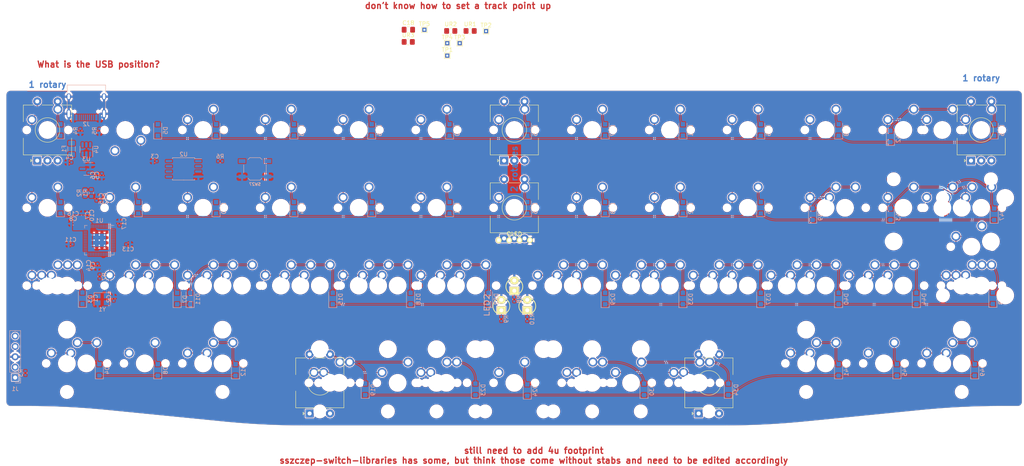
<source format=kicad_pcb>
(kicad_pcb (version 20211014) (generator pcbnew)
  (layers (0 "F.Cu" signal) (31 "B.Cu" signal) (34 "B.Paste" user) (35 "F.Paste" user) (36 "B.SilkS" user "B.Silkscreen") (37 "F.SilkS" user "F.Silkscreen") (38 "B.Mask" user) (39 "F.Mask" user) (44 "Edge.Cuts" user))
  (net 0 "")
  (net 1 "GND")
  (net 2 "/rp2040 components/XTAL_O")
  (net 3 "+5V")
  (net 4 "XTAL_IN")
  (net 5 "+3V3")
  (net 6 "+1V1")
  (net 7 "VBUS")
  (net 8 "ROW0")
  (net 9 "R_row1")
  (net 10 "ROW1")
  (net 11 "Net-(D2-Pad2)")
  (net 12 "ROW2")
  (net 13 "Net-(D3-Pad2)")
  (net 14 "ROW3")
  (net 15 "Net-(D4-Pad2)")
  (net 16 "Net-(D5-Pad2)")
  (net 17 "Net-(D6-Pad2)")
  (net 18 "Net-(D7-Pad2)")
  (net 19 "Net-(D8-Pad2)")
  (net 20 "Net-(D9-Pad2)")
  (net 21 "Net-(D10-Pad2)")
  (net 22 "Net-(D11-Pad2)")
  (net 23 "Net-(D12-Pad2)")
  (net 24 "Net-(D13-Pad2)")
  (net 25 "Net-(D14-Pad2)")
  (net 26 "Net-(D15-Pad2)")
  (net 27 "Net-(D16-Pad2)")
  (net 28 "Net-(D17-Pad2)")
  (net 29 "Net-(D18-Pad2)")
  (net 30 "R_row5")
  (net 31 "Net-(D20-Pad2)")
  (net 32 "Net-(D21-Pad2)")
  (net 33 "Net-(D22-Pad2)")
  (net 34 "Net-(D23-Pad2)")
  (net 35 "Net-(D24-Pad2)")
  (net 36 "R_row3")
  (net 37 "R_row4")
  (net 38 "Net-(D27-Pad2)")
  (net 39 "Net-(D28-Pad2)")
  (net 40 "Net-(D29-Pad2)")
  (net 41 "Net-(D30-Pad2)")
  (net 42 "Net-(D31-Pad2)")
  (net 43 "Net-(D32-Pad2)")
  (net 44 "Net-(D33-Pad2)")
  (net 45 "Net-(D35-Pad2)")
  (net 46 "Net-(D36-Pad2)")
  (net 47 "Net-(D37-Pad2)")
  (net 48 "Net-(D38-Pad2)")
  (net 49 "Net-(D39-Pad2)")
  (net 50 "Net-(D40-Pad2)")
  (net 51 "Net-(D41-Pad2)")
  (net 52 "Net-(D42-Pad2)")
  (net 53 "Net-(D43-Pad2)")
  (net 54 "Net-(D44-Pad2)")
  (net 55 "Net-(D45-Pad2)")
  (net 56 "R_row2")
  (net 57 "Net-(D47-Pad2)")
  (net 58 "Net-(D48-Pad2)")
  (net 59 "Net-(D49-Pad2)")
  (net 60 "RESET")
  (net 61 "SWD")
  (net 62 "SWCLK")
  (net 63 "/rp2040 components/CC1")
  (net 64 "D_USB_P")
  (net 65 "COL0")
  (net 66 "COL1")
  (net 67 "COL2")
  (net 68 "COL3")
  (net 69 "COL4")
  (net 70 "COL5")
  (net 71 "COL7")
  (net 72 "COL9")
  (net 73 "COL11")
  (net 74 "COL12")
  (net 75 "D_USB_N")
  (net 77 "/rp2040 components/CC2")
  (net 79 "D_P")
  (net 80 "/D_+")
  (net 81 "D_N")
  (net 82 "/D_-")
  (net 83 "/rp2040 components/USB_BOOT")
  (net 84 "CS")
  (net 85 "XTAL_OUT")
  (net 86 "R1_A")
  (net 87 "R1_B")
  (net 88 "R2_A")
  (net 89 "R2_B")
  (net 90 "R3_A")
  (net 91 "R3_B")
  (net 92 "R4_A")
  (net 93 "R4_B")
  (net 94 "R5_A")
  (net 95 "R5_B")
  (net 96 "R6_A")
  (net 97 "R6_B")
  (net 98 "SD1")
  (net 99 "SD2")
  (net 100 "SD0")
  (net 101 "QSPI_CLK")
  (net 102 "SD3")
  (net 133 "Net-(C18-Pad2)")
  (net 134 "R_col6")
  (net 135 "SDA")
  (net 136 "SCL")
  (net 137 "PD5")
  (net 138 "PD2")
  (net 139 "Net-(D50-Pad2)")
  (net 140 "Net-(D51-Pad2)")
  (net 141 "Net-(D52-Pad2)")
  (net 142 "Indicator1")
  (net 143 "Indicator2")
  (net 144 "Indicator3")
  (net 145 "R_col3")
  (net 146 "R_row6")
  (net 147 "COL10")
  (footprint "MX_Only:MXOnly-1U-NoLED" (layer "F.Cu") (at 90.4875 96.8375)
    (fp_text reference "SW30(ortho)1")
    (fp_text value "SW_Push_45deg")
  )
  (footprint "MX_Only:MXOnly-1U-NoLED" (layer "F.Cu") (at 242.8875 58.7375)
    (fp_text reference "SW12")
    (fp_text value "SW_Push_45deg")
  )
  (footprint "MX_Only:MXOnly-1.5U-NoLED" (layer "F.Cu") (at 257.175 77.7875)
    (fp_text reference "SW25(1.5)1")
    (fp_text value "SW_Push_45deg")
  )
  (footprint "MX_Only:MXOnly-1U-NoLED" (layer "F.Cu") (at 109.5375 96.8375)
    (fp_text reference "SW31(ortho)1")
    (fp_text value "SW_Push_45deg")
  )
  (footprint "MX_Only:MXOnly-1.75U-NoLED" (layer "F.Cu") (at 130.982566 120.635521)
    (fp_text reference "SW43(1.75)1")
    (fp_text value "SW_Push_45deg")
  )
  (footprint "MX_Only:MXOnly-1U-NoLED" (layer "F.Cu") (at 238.125 115.8875)
    (fp_text reference "SW48")
    (fp_text value "SW_Push_45deg")
  )
  (footprint "MX_Only:MXOnly-1U-NoLED" (layer "F.Cu") (at 157.1625 96.8375)
    (fp_text reference "SW33(1.5stagger)1")
    (fp_text value "SW_Push_45deg")
  )
  (footprint "Keebio-Parts:RotaryEncoder_EC11-no-legs" (layer "F.Cu") (at 147.6375 58.7375 90)
    (fp_text reference "SW_rotary3")
    (fp_text value "RotaryEncoder_Switch")
  )
  (footprint "MX_Only:MXOnly-3U-ReversedStabilizers-NoLED" (layer "F.Cu") (at 119.0625 120.65)
    (fp_text reference "SW42(3)1")
    (fp_text value "SW_Push_45deg")
  )
  (footprint "MX_Only:MXOnly-1U-NoLED" (layer "F.Cu") (at 128.5875 96.8375)
    (fp_text reference "SW32(ortho)1")
    (fp_text value "SW_Push_45deg")
  )
  (footprint "MX_Only:MXOnly-1U-NoLED" (layer "F.Cu") (at 176.2125 96.8375)
    (fp_text reference "SW34(1.5stagger)1")
    (fp_text value "SW_Push_45deg")
  )
  (footprint "MX_Only:MXOnly-1U-NoLED" (layer "F.Cu") (at 166.6875 77.7875)
    (fp_text reference "SW21")
    (fp_text value "SW_Push_45deg")
  )
  (footprint "MX_Only:MXOnly-1U-NoLED" (layer "F.Cu") (at 57.15 96.8375)
    (fp_text reference "SW28")
    (fp_text value "SW_Push_45deg")
  )
  (footprint "MX_Only:MXOnly-1U-NoLED" (layer "F.Cu") (at 166.6875 58.7375)
    (fp_text reference "SW8")
    (fp_text value "SW_Push_45deg")
  )
  (footprint "MX_Only:MXOnly-1U-NoLED" (layer "F.Cu") (at 61.9125 96.8375)
    (fp_text reference "SW28(1.5stagger)1")
    (fp_text value "SW_Push_45deg")
  )
  (footprint "MX_Only:MXOnly-1.5U-NoLED" (layer "F.Cu") (at 190.5 120.65)
    (fp_text reference "SW46(1.5)1")
    (fp_text value "SW_Push_45deg")
  )
  (footprint "MX_Only:MXOnly-1U-NoLED" (layer "F.Cu") (at 204.7875 77.7875)
    (fp_text reference "SW23")
    (fp_text value "SW_Push_45deg")
  )
  (footprint "MX_Only:MXOnly-1U-NoLED" (layer "F.Cu") (at 219.075 96.8375)
    (fp_text reference "SW36")
    (fp_text value "SW_Push_45deg")
  )
  (footprint "MX_Only:MXOnly-2U-NoLED" (layer "F.Cu") (at 252.4125 58.7375)
    (fp_text reference "SW12(2)1")
    (fp_text value "SW_Push_45deg")
  )
  (footprint "MX_Only:MXOnly-1U-NoLED" (layer "F.Cu") (at 52.3875 77.7875)
    (fp_text reference "SW15")
    (fp_text value "SW_Push_45deg")
  )
  (footprint "Resistor_SMD:R_0805_2012Metric_Pad1.20x1.40mm_HandSolder" (layer "F.Cu") (at 136.816 34.494)
    (fp_text reference "UR1")
    (fp_text value "100k")
  )
  (footprint "MX_Only:MXOnly-1.5U-NoLED" (layer "F.Cu") (at 42.8625 115.8875)
    (fp_text reference "SW39(1.5)1")
    (fp_text value "SW_Push_45deg")
  )
  (footprint "MX_Only:MXOnly-1U-NoLED" (layer "F.Cu") (at 128.5875 58.7375)
    (fp_text reference "SW6")
    (fp_text value "SW_Push_45deg")
  )
  (footprint "MX_Only:MXOnly-1.5U-NoLED" (layer "F.Cu") (at 252.4125 115.8875)
    (fp_text reference "SW49(1.5)1")
    (fp_text value "SW_Push_45deg")
  )
  (footprint "MX_Only:MXOnly-1U-NoLED" (layer "F.Cu") (at 114.3 96.8375)
    (fp_text reference "SW31")
    (fp_text value "SW_Push_45deg")
  )
  (footprint "MX_Only:MXOnly-1U-NoLED" (layer "F.Cu") (at 233.3625 96.8375)
    (fp_text reference "SW37(1.5stagger)1")
    (fp_text value "SW_Push_45deg")
  )
  (footprint "MX_Only:MXOnly-1.25U-NoLED" (layer "F.Cu") (at 259.588 96.8375)
    (fp_text reference "SW38(1.25)1")
    (fp_text value "SW_Push_45deg")
  )
  (footprint "MX_Only:MXOnly-1U-NoLED" (layer "F.Cu") (at 219.075 115.8875)
    (fp_text reference "SW47")
    (fp_text value "SW_Push_45deg")
  )
  (footprint "MX_Only:MXOnly-1U-NoLED" (layer "F.Cu") (at 33.3375 58.7375)
    (fp_text reference "SW1")
    (fp_text value "SW_Push_45deg")
  )
  (footprint "MX_Only:MXOnly-ISO-NoLED" (layer "F.Cu") (at 259.55625 87.3125)
    (fp_text reference "SW26(ISO)1")
    (fp_text value "SW_Push_45deg")
  )
  (footprint "MX_Only:MXOnly-1U-NoLED" (layer "F.Cu") (at 242.8875 96.8375)
    (fp_text reference "SW37(ortho)1")
    (fp_text value "SW_Push_45deg")
  )
  (footprint "Capacitor_SMD:C_0805_2012Metric_Pad1.18x1.45mm_HandSolder" (layer "F.Cu") (at 121.691 34.194)
    (fp_text reference "C18")
    (fp_text value "2.2uF")
  )
  (footprint "MX_Only:MXOnly-1.5U-NoLED" (layer "F.Cu") (at 71.4375 115.8875)
    (fp_text reference "SW41(1.5)1")
    (fp_text value "SW_Push_45deg")
  )
  (footprint "MX_Only:MXOnly-1U-NoLED" (layer "F.Cu") (at 33.3375 96.8375)
    (fp_text reference "SW27(ortho)1")
    (fp_text value "SW_Push_45deg")
  )
  (footprint "MX_Only:MXOnly-1.5U-NoLED" (layer "F.Cu") (at 257.175 96.8375)
    (fp_text reference "SW38(1.5)1")
    (fp_text value "SW_Push_45deg")
  )
  (footprint "Keebio-Parts:RotaryEncoder_EC11-no-legs" (layer "F.Cu") (at 261.9375 58.7375 90)
    (fp_text reference "SW_rotary2")
    (fp_text value "RotaryEncoder_Switch")
  )
  (footprint "Keebio-Parts:RotaryEncoder_EC11-no-legs" (layer "F.Cu") (at 195.2625 120.65 90)
    (fp_text reference "SW_rotary6")
    (fp_text value "RotaryEncoder_Switch")
  )
  (footprint "MX_Only:MXOnly-1U-NoLED" (layer "F.Cu") (at 185.7375 58.7375)
    (fp_text reference "SW9")
    (fp_text value "SW_Push_45deg")
  )
  (footprint "MX_Only:MXOnly-1U-NoLED" (layer "F.Cu") (at 161.925 96.8375)
    (fp_text reference "SW33")
    (fp_text value "SW_Push_45deg")
  )
  (footprint "MX_Only:MXOnly-2U-ReversedStabilizers-NoLED" (layer "F.Cu") (at 128.5875 120.65)
    (fp_text reference "SW43(2)1")
    (fp_text value "SW_Push_45deg")
  )
  (footprint "MX_Only:MXOnly-1U-NoLED" (layer "F.Cu") (at 166.6875 96.8375)
    (fp_text reference "SW33(ortho)1")
    (fp_text value "SW_Push_45deg")
  )
  (footprint "MX_Only:MXOnly-1U-NoLED" (layer "F.Cu") (at 204.7875 58.7375)
    (fp_text reference "SW10")
    (fp_text value "SW_Push_45deg")
  )
  (footprint "MX_Only:MXOnly-1U-NoLED" (layer "F.Cu") (at 109.5375 77.7875)
    (fp_text reference "SW18")
    (fp_text value "SW_Push_45deg")
  )
  (footprint "MX_Only:MXOnly-1U-NoLED" (layer "F.Cu") (at 185.7375 96.8375)
    (fp_text reference "SW34(ortho)1")
    (fp_text value "SW_Push_45deg")
  )
  (footprint "MX_Only:MXOnly-1U-NoLED" (layer "F.Cu") (at 223.8375 96.8375)
    (fp_text reference "SW36(ortho)1")
    (fp_text value "SW_Push_45deg")
  )
  (footprint "TestPoint:TestPoint_THTPad_1.0x1.0mm_Drill0.5mm" (layer "F.Cu") (at 134.266 37.494)
    (fp_text reference "TP3")
    (fp_text value "TPCLK")
  )
  (footprint "TestPoint:TestPoint_THTPad_1.0x1.0mm_Drill0.5mm" (layer "F.Cu") (at 140.716 34.544)
    (fp_text reference "TP2")
    (fp_text value "TPVCC")
  )
  (footprint "Keebio-Parts:RotaryEncoder_EC11-no-legs" (layer "F.Cu") (at 100.0125 120.65 90)
    (fp_text reference "SW_rotary5")
    (fp_text value "RotaryEncoder_Switch")
  )
  (footprint "MX_Only:MXOnly-1U-NoLED" (layer "F.Cu") (at 52.3875 58.7375 180)
    (fp_text reference "SW2")
    (fp_text value "SW_Push_45deg")
  )
  (footprint "MX_Only:MXOnly-1U-NoLED" (layer "F.Cu") (at 261.9375 96.8375)
    (fp_text reference "SW38(ortho)1")
    (fp_text value "SW_Push_45deg")
  )
  (footprint "MX_Only:MXOnly-1U-NoLED" (layer "F.Cu") (at 180.975 96.8375)
    (fp_text reference "SW34")
    (fp_text value "SW_Push_45deg")
  )
  (footprint "MX_Only:MXOnly-1U-NoLED" (layer "F.Cu") (at 90.4875 58.7375)
    (fp_text reference "SW4")
    (fp_text value "SW_Push_45deg")
  )
  (footprint "MX_Only:MXOnly-1U-NoLED" (layer "F.Cu") (at 261.9375 58.7375)
    (fp_text reference "SW13")
    (fp_text value "SW_Push_45deg")
  )
  (footprint "Resistor_SMD:R_0805_2012Metric_Pad1.20x1.40mm_HandSolder" (layer "F.Cu") (at 132.066 34.494)
    (fp_text reference "UR2")
    (fp_text value "4.7k")
  )
  (footprint "MX_Only:MXOnly-1U-NoLED" (layer "F.Cu") (at 204.7875 96.8375)
    (fp_text reference "SW35(ortho)1")
    (fp_text value "SW_Push_45deg")
  )
  (footprint "MX_Only:MXOnly-1U-NoLED" (layer "F.Cu") (at 133.35 96.8375)
    (fp_text reference "SW32")
    (fp_text value "SW_Push_45deg")
  )
  (footprint "MX_Only:MXOnly-1U-NoLED" (layer "F.Cu") (at 71.4375 96.8375)
    (fp_text reference "SW29(ortho)1")
    (fp_text value "SW_Push_45deg")
  )
  (footprint "MX_Only:MXOnly-1U-NoLED" (layer "F.Cu") (at 100.0125 96.8375)
    (fp_text reference "SW30(1.5stagger)1")
    (fp_text value "SW_Push_45deg")
  )
  (footprint "MX_Only:MXOnly-1U-NoLED" (layer "F.Cu") (at 80.9625 96.8375)
    (fp_text reference "SW29(1.5stagger)1")
    (fp_text value "SW_Push_45deg")
  )
  (footprint "MX_Only:MXOnly-2U-ReversedStabilizers-NoLED" (layer "F.Cu") (at 166.6875 120.65)
    (fp_text reference "SW45(2)1")
    (fp_text value "SW_Push_45deg")
  )
  (footprint "MX_Only:MXOnly-1.25U-NoLED" (layer "F.Cu") (at 192.895066 120.635521)
    (fp_text reference "SW46(1.25)1")
    (fp_text value "SW_Push_45deg")
  )
  (footprint "kbd:OLED_v2" (layer "F.Cu") (at 147.6375 85.725)
    (fp_text reference "OL1")
    (fp_text value "OLED" hide)
  )
  (footprint "MX_Only:MXOnly-1U-NoLED" (layer "F.Cu") (at 71.4375 77.7875)
    (fp_text reference "SW16")
    (fp_text value "SW_Push_45deg")
  )
  (footprint "MX_Only:MXOnly-1U-NoLED" (layer "F.Cu") (at 242.8875 77.7875)
    (fp_text reference "SW25")
    (fp_text value "SW_Push_45deg")
  )
  (footprint "MX_Only:MXOnly-3U-ReversedStabilizers-NoLED" (layer "F.Cu") (at 176.2125 120.65)
    (fp_text reference "SW46(3)1")
    (fp_text value "SW_Push_45deg")
  )
  (footprint "MX_Only:MXOnly-1U-NoLED" (layer "F.Cu") (at 38.1 115.8875)
    (fp_text reference "SW39")
    (fp_text value "SW_Push_45deg")
  )
  (footprint "MX_Only:MXOnly-1U-NoLED" (layer "F.Cu") (at 128.5875 77.7875)
    (fp_text reference "SW19")
    (fp_text value "SW_Push_45deg")
  )
  (footprint "MX_Only:MXOnly-6U-Centered-ReversedStabilizers-NoLED" (layer "F.Cu") (at 147.6375 120.65)
    (fp_text reference "SW44(6)1")
    (fp_text value "SW_Push_45deg")
  )
  (footprint "MX_Only:MXOnly-1U-NoLED" (layer "F.Cu") (at 200.025 96.8375)
    (fp_text reference "SW35")
    (fp_text value "SW_Push_45deg")
  )
  (footprint "MX_Only:MXOnly-1U-NoLED" (layer "F.Cu") (at 238.125 96.8375)
    (fp_text reference "SW37")
    (fp_text value "SW_Push_45deg")
  )
  (footprint "MX_Only:MXOnly-1U-NoLED" (layer "F.Cu") (at 147.6375 77.7875)
    (fp_text reference "SW20")
    (fp_text value "SW_Push_45deg")
  )
  (footprint "MX_Only:MXOnly-1U-NoLED" (layer "F.Cu") (at 223.8375 58.7375)
    (fp_text reference "SW11")
    (fp_text value "SW_Push_45deg")
  )
  (footprint "MX_Only:MXOnly-1.5U-NoLED" (layer "F.Cu") (at 228.6 77.7875)
    (fp_text reference "SW24(1.5)1")
    (fp_text value "SW_Push_45deg")
  )
  (footprint "Keebio-Parts:LED_3mm" (layer "F.Cu") (at 150.8125 101.6 -90)
    (fp_text reference "D52" hide)
    (fp_text value "LED3" hide)
  )
  (footprint "MX_Only:MXOnly-1U-NoLED" (layer "F.Cu") (at 147.6375 58.7375)
    (fp_text reference "SW7")
    (fp_text value "SW_Push_45deg")
  )
  (footprint "MX_Only:MXOnly-1U-NoLED" (layer "F.Cu") (at 57.15 115.8875)
    (fp_text reference "SW40")
    (fp_text value "SW_Push_45deg")
  )
  (footprint "MX_Only:MXOnly-2U-NoLED" (layer "F.Cu") (at 252.4125 77.7875)
    (fp_text reference "SW26(2)1")
    (fp_text value "SW_Push_45deg")
  )
  (footprint "Keebio-Parts:LED_3mm" (layer "F.Cu") (at 147.6375 96.8375 -90)
    (fp_text reference "D50" hide)
    (fp_text value "LED1" hide)
  )
  (footprint "MX_Only:MXOnly-3U-ReversedStabilizers-NoLED" (layer "F.Cu") (at 238.125 115.8875)
    (fp_text reference "SW48(3)1")
    (fp_text value "SW_Push_45deg")
  )
  (footprint "Keebio-Parts:RotaryEncoder_EC11-no-legs" (layer "F.Cu") (at 33.3375 58.7375 90)
    (fp_text reference "SW_rotary1")
    (fp_text value "RotaryEncoder_Switch")
  )
  (footprint "Keebio-Parts:RotaryEncoder_EC11-no-legs" (layer "F.Cu") (at 147.6375 77.7875 90)
    (fp_text reference "SW_rotary4")
    (fp_text value "RotaryEncoder_Switch")
  )
  (footprint "TestPoint:TestPoint_THTPad_1.0x1.0mm_Drill0.5mm" (layer "F.Cu") (at 131.216 37.494)
    (fp_text reference "TP4")
    (fp_text value "TPDATA")
  )
  (footprint "MX_Only:MXOnly-1U-NoLED" (layer "F.Cu") (at 214.3125 96.8375)
    (fp_text reference "SW36(1.5stagger)1")
    (fp_text value "SW_Push_45deg")
  )
  (footprint "MX_Only:MXOnly-1U-NoLED" (layer "F.Cu") (at 109.5375 58.7375)
    (fp_text reference "SW5")
    (fp_text value "SW_Push_45deg")
  )
  (footprint "MX_Only:MXOnly-3U-ReversedStabilizers-NoLED" (layer "F.Cu") (at 147.6375 120.65)
    (fp_text reference "SW44(3)1")
    (fp_text value "SW_Push_45deg")
  )
  (footprint "MX_Only:MXOnly-1U-NoLED" (layer "F.Cu") (at 185.7375 77.7875)
    (fp_text reference "SW22")
    (fp_text value "SW_Push_45deg")
  )
  (footprint "MX_Only:MXOnly-1.5U-NoLED" (layer "F.Cu") (at 38.1 96.8375)
    (fp_text reference "SW27(1.5)1")
    (fp_text value "SW_Push_45deg")
  )
  (footprint "MX_Only:MXOnly-1.25U-NoLED" (layer "F.Cu") (at 102.407566 120.635521)
    (fp_text reference "SW42(1.25)1")
    (fp_text value "SW_Push_45deg")
  )
  (footprint "MX_Only:MXOnly-1.5U-NoLED" (layer "F.Cu") (at 104.775 120.65)
    (fp_text reference "SW42(1.5)1")
    (fp_text value "SW_Push_45deg")
  )
  (footprint "TestPoint:TestPoint_THTPad_1.0x1.0mm_Drill0.5mm" (layer "F.Cu") (at 131.216 40.544)
    (fp_text reference "TP1")
    (fp_text value "TPGND")
  )
  (footprint "MX_Only:MXOnly-1.25U-NoLED" (layer "F.Cu") (at 35.736621 96.820487)
    (fp_text reference "SW27(1.25)1")
    (fp_text value "SW_Push_45deg")
  )
  (footprint "MX_Only:MXOnly-1U-NoLED" (layer "F.Cu") (at 257.175 115.8875)
    (fp_text reference "SW49")
    (fp_text value "SW_Push_45deg")
  )
  (footprint "TestPoint:TestPoint_THTPad_1.0x1.0mm_Drill0.5mm" (layer "F.Cu") (at 125.621 34.214)
    (fp_text reference "TP5")
    (fp_text value "TPRST")
  )
  (footprint "MX_Only:MXOnly-1U-NoLED" (layer "F.Cu") (at 261.9375 77.7875)
    (fp_text reference "SW26")
    (fp_text value "SW_Push_45deg")
  )
  (footprint "MX_Only:MXOnly-1U-NoLED" (layer "F.Cu") (at 52.3875 96.8375)
    (fp_text reference "SW28(ortho)1")
    (fp_text value "SW_Push_45deg")
  )
  (footprint "MX_Only:MXOnly-1U-NoLED" (layer "F.Cu") (at 223.8375 77.7875)
    (fp_text reference "SW24")
    (fp_text value "SW_Push_45deg")
  )
  (footprint "MX_Only:MXOnly-1U-NoLED" (layer "F.Cu") (at 90.4875 77.7875)
    (fp_text reference "SW17")
    (fp_text value "SW_Push_45deg")
  )
  (footprint "Keebio-Parts:LED_3mm" (layer "F.Cu") (at 144.4625 101.6 -90)
    (fp_text reference "D51" hide)
    (fp_text value "LED2")
  )
  (footprint "MX_Only:MXOnly-3U-ReversedStabilizers-NoLED" (layer "F.Cu") (at 57.15 115.8875)
    (fp_text reference "SW40(3)1")
    (fp_text value "SW_Push_45deg")
  )
  (footprint "MX_Only:MXOnly-1U-NoLED" (layer "F.Cu") (at 71.4375 58.7375)
    (fp_text reference "SW3")
    (fp_text value "SW_Push_45deg")
  )
  (footprint "MX_Only:MXOnly-1.75U-NoLED" (layer "F.Cu") (at 164.320066 120.635521)
    (fp_text reference "SW45(1.75)1")
    (fp_text value "SW_Push_45deg")
  )
  (footprint "MX_Only:MXOnly-1U-NoLED" (layer "F.Cu") (at 33.3375 77.7875)
    (fp_text reference "SW14")
    (fp_text value "SW_Push_45deg")
  )
  (footprint "MX_Only:MXOnly-1U-NoLED" (layer "F.Cu") (at 76.2 115.8875)
    (fp_text reference "SW41")
    (fp_text value "SW_Push_45deg")
  )
  (footprint "MX_Only:MXOnly-1.5U-NoLED" (layer "F.Cu") (at 223.8375 115.8875)
    (fp_text reference "SW47(1.5)1")
    (fp_text value "SW_Push_45deg")
  )
  (footprint "MX_Only:MXOnly-1U-NoLED" (layer "F.Cu") (at 195.2625 96.8375)
    (fp_text reference "SW35(1.5stagger)1")
    (fp_text value "SW_Push_45deg")
  )
  (footprint "MX_Only:MXOnly-1U-NoLED" (layer "F.Cu") (at 95.25 96.8375)
    (fp_text reference "SW30")
    (fp_text value "SW_Push_45deg")
  )
  (footprint "Resistor_SMD:R_0805_2012Metric_Pad1.20x1.40mm_HandSolder" (layer "F.Cu") (at 121.661 37.174)
    (fp_text reference "UR3")
    (fp_text value "4.7k")
  )
  (footprint "MX_Only:MXOnly-1U-NoLED" (layer "F.Cu") (at 138.1125 96.8375)
    (fp_text reference "SW32(1.5stagger)1")
    (fp_text value "SW_Push_45deg")
  )
  (footprint "MX_Only:MXOnly-1U-NoLED" (layer "F.Cu") (at 119.0625 96.8375)
    (fp_text reference "SW31(1.5stagger)1")
    (fp_text value "SW_Push_45deg")
  )
  (footprint "MX_Only:MXOnly-1U-NoLED" (layer "F.Cu") (at 76.2 96.8375)
    (fp_text reference "SW29")
    (fp_text value "SW_Push_45deg")
  )
  (footprint "Diode_SMD:D_SOD-123F" (layer "B.Cu") (at 188.9125 77.7875 90)
    (fp_text reference "D32")
    (fp_text value "D_Small")
  )
  (footprint "Keebio-Parts:SW_SPST_TL3342" (layer "B.Cu") (at 84.1375 68.2625)
    (fp_text reference "SW27")
    (fp_text value "SW_Push")
  )
  (footprint "Diode_SMD:D_SOD-123F" (layer "B.Cu") (at 36.5125 77.7875 90)
    (fp_text reference "D2")
    (fp_text value "D_Small")
  )
  (footprint "Resistor_SMD:R_0402_1005Metric" (layer "B.Cu") (at 46.101 94.615 90)
    (fp_text reference "R7")
    (fp_text value "1k")
  )
  (footprint "Diode_SMD:D_SOD-123F" (layer "B.Cu") (at 68.2625 100.0125 90)
    (fp_text reference "D11")
    (fp_text value "D_Small")
  )
  (footprint "Capacitor_SMD:C_0402_1005Metric" (layer "B.Cu") (at 49.53 100.076 -90)
    (fp_text reference "C2")
    (fp_text value "22pF")
  )
  (footprint "Diode_SMD:D_SOD-123F" (layer "B.Cu") (at 74.6125 58.7375 90)
    (fp_text reference "D9")
    (fp_text value "D_Small")
  )
  (footprint "Diode_SMD:D_SOD-123F" (layer "B.Cu") (at 65.0875 100.0125 90)
    (fp_text reference "D7")
    (fp_text value "D_Small")
  )
  (footprint "Capacitor_SMD:C_0402_1005Metric" (layer "B.Cu") (at 43.053 79.629 90)
    (fp_text reference "C10")
    (fp_text value "1uF")
  )
  (footprint "Capacitor_SMD:C_0402_1005Metric" (layer "B.Cu") (at 44.577 91.948 -90)
    (fp_text reference "C14")
    (fp_text value "100nF")
  )
  (footprint "Diode_SMD:D_SOD-123F" (layer "B.Cu") (at 150.8125 122.425 90)
    (fp_text reference "D24")
    (fp_text value "D_Small")
  )
  (footprint "Diode_SMD:D_SOD-123F" (layer "B.Cu") (at 239.7125 60.325 90)
    (fp_text reference "D42")
    (fp_text value "D_Small")
  )
  (footprint "Diode_SMD:D_SOD-123F" (layer "B.Cu") (at 246.0625 100.0125 90)
    (fp_text reference "D44")
    (fp_text value "D_Small")
  )
  (footprint "Diode_SMD:D_SOD-123F" (layer "B.Cu") (at 60.325 58.7375 90)
    (fp_text reference "D5")
    (fp_text value "D_Small")
  )
  (footprint "Diode_SMD:D_SOD-123F" (layer "B.Cu") (at 138.1125 122.2375 90)
    (fp_text reference "D23")
    (fp_text value "D_Small")
  )
  (footprint "Diode_SMD:D_SOD-123F" (layer "B.Cu") (at 260.35 117.475 90)
    (fp_text reference "D49")
    (fp_text value "D_Small")
  )
  (footprint "Capacitor_SMD:C_0402_1005Metric" (layer "B.Cu") (at 43.942 99.949 90)
    (fp_text reference "C1")
    (fp_text value "22pF")
  )
  (footprint "Diode_SMD:D_SOD-123F" (layer "B.Cu") (at 150.8125 58.7375 90)
    (fp_text reference "D25")
    (fp_text value "D_Small")
  )
  (footprint "Capacitor_SMD:C_0402_1005Metric" (layer "B.Cu") (at 46.6344 69.85 -90)
    (fp_text reference "C5")
    (fp_text value "1uF")
  )
  (footprint "Resistor_SMD:R_0402_1005Metric" (layer "B.Cu") (at 147.6375 100.203 90)
    (fp_text reference "R8")
    (fp_text value "220 ohm")
  )
  (footprint "Diode_SMD:D_SOD-123F" (layer "B.Cu") (at 93.6625 58.7375 90)
    (fp_text reference "D13")
    (fp_text value "D_Small")
  )
  (footprint "Diode_SMD:D_SOD-123F" (layer "B.Cu") (at 220.6625 79.375 90)
    (fp_text reference "D39")
    (fp_text value "D_Small")
  )
  (footprint "Diode_SMD:D_SOD-123F" (layer "B.Cu") (at 111.125 122.2375 90)
    (fp_text reference "D19")
    (fp_text value "D_Small")
  )
  (footprint "Crystal:Crystal_SMD_3225-4Pin_3.2x2.5mm" (layer "B.Cu") (at 46.736 100.203)
    (fp_text reference "Y1")
    (fp_text value "12MHz")
  )
  (footprint "Package_TO_SOT_SMD:SOT-23" (layer "B.Cu") (at 42.8625 68.2625 180)
    (fp_text reference "U3")
    (fp_text value "XC6206PxxxMR")
  )
  (footprint "Capacitor_SMD:C_0402_1005Metric" (layer "B.Cu") (at 39.624 80.391 180)
    (fp_text reference "C16")
    (fp_text value "100nF")
  )
  (footprint "Diode_SMD:D_SOD-123F" (layer "B.Cu") (at 265.1125 58.7375 90)
    (fp_text reference "D46")
    (fp_text value "D_Small")
  )
  (footprint "Diode_SMD:D_SOD-123F" (layer "B.Cu") (at 131.7625 77.7875 90)
    (fp_text reference "D21")
    (fp_text value "D_Small")
  )
  (footprint "Capacitor_SMD:C_0402_1005Metric" (layer "B.Cu") (at 53.086 86.741)
    (fp_text reference "C13")
    (fp_text value "100nF")
  )
  (footprint "Diode_SMD:D_SOD-123F" (layer "B.Cu") (at 264.795 99.949 90)
    (fp_text reference "D48")
    (fp_text value "D_Small")
  )
  (footprint "Diode_SMD:D_SOD-123F" (layer "B.Cu") (at 227.0125 100.0125 90)
    (fp_text reference "D40")
    (fp_text value "D_Small")
  )
  (footprint "Diode_SMD:D_SOD-123F" (layer "B.Cu") (at 207.9625 58.7375 90)
    (fp_text reference "D35")
    (fp_text value "D_Small")
  )
  (footprint "Diode_SMD:D_SOD-123F" (layer "B.Cu") (at 150.8125 77.7875 90)
    (fp_text reference "D26")
    (fp_text value "D_Small")
  )
  (footprint "Resistor_SMD:R_0402_1005Metric" (layer "B.Cu") (at 27.94 118.237 -90)
    (fp_text reference "R3")
    (fp_text value "1k")
  )
  (footprint "Diode_SMD:D_SOD-123F" (layer "B.Cu") (at 141.2875 100.0125 90)
    (fp_text reference "D22")
    (fp_text value "D_Small")
  )
  (footprint "Diode_SMD:D_SOD-123F" (layer "B.Cu") (at 93.6625 77.7875 90)
    (fp_text reference "D14")
    (fp_text value "D_Small")
  )
  (footprint "Capacitor_SMD:C_0402_1005Metric" (layer "B.Cu") (at 42.037 79.629 90)
    (fp_text reference "C7")
    (fp_text value "1nF")
  )
  (footprint "Capacitor_SMD:C_0402_1005Metric" (layer "B.Cu") (at 45.339 75.565 90)
    (fp_text reference "C15")
    (fp_text value "100nF")
  )
  (footprint "Resistor_SMD:R_0603_1608Metric" (layer "B.Cu") (at 42.545 74.168 -90)
    (fp_text reference "R2")
    (fp_text value "27R")
  )
  (footprint "Resistor_SMD:R_0402_1005Metric" (layer "B.Cu") (at 75.611414 66.375733 180)
    (fp_text reference "R6")
    (fp_text value "1k")
  )
  (footprint "Diode_SMD:D_SOD-123F" (layer "B.Cu") (at 207.9625 77.7875 90)
    (fp_text reference "D36")
    (fp_text value "D_Small")
  )
  (footprint "Diode_SMD:D_SOD-123F" (layer "B.Cu") (at 55.5625 77.7875 90)
    (fp_text reference "D6")
    (fp_text value "D_Small")
  )
  (footprint "Package_SO:SOIC-8_5.23x5.23mm_P1.27mm" (layer "B.Cu") (at 66.675 68.2625 180)
    (fp_text reference "U2")
    (fp_text value "W25Q128JVS")
  )
  (footprint "Capacitor_SMD:C_0402_1005Metric" (layer "B.Cu") (at 59.61721 66.36806 180)
    (fp_text reference "C3")
    (fp_text value "100nF")
  )
  (footprint "Capacitor_SMD:C_0402_1005Metric" (layer "B.Cu") (at 39.624 81.661 180)
    (fp_text reference "C8")
    (fp_text value "100nF")
  )
  (footprint "Diode_SMD:D_SOD-123F" (layer "B.Cu") (at 207.9625 100.0125 90)
    (fp_text reference "D37")
    (fp_text value "D_Small")
  )
  (footprint "Diode_SMD:D_SOD-123F" (layer "B.Cu") (at 227.0125 58.7375 90)
    (fp_text reference "D38")
    (fp_text value "D_Small")
  )
  (footprint "Resistor_SMD:R_0603_1608Metric" (layer "B.Cu") (at 44.069 74.168 -90)
    (fp_text reference "R1")
    (fp_text value "27R")
  )
  (footprint "Diode_SMD:D_SOD-123F" (layer "B.Cu") (at 188.9125 58.7375 90)
    (fp_text reference "D31")
    (fp_text value "D_Small")
  )
  (footprint "Diode_SMD:D_SOD-123F" (layer "B.Cu") (at 265.1125 79.375 90)
    (fp_text reference "D47")
    (fp_text value "D_Small")
  )
  (footprint "Capacitor_SMD:C_0402_1005Metric" (layer "B.Cu") (at 45.593 91.948 -90)
    (fp_text reference "C9")
    (fp_text value "100nF")
  )
  (footprint "Diode_SMD:D_SOD-123F" (layer "B.Cu") (at 131.7625 58.7375 90)
    (fp_text reference "D20")
    (fp_text value "D_Small")
  )
  (footprint "Package_TO_SOT_SMD:SOT-23-6" (layer "B.Cu") (at 42.8625 63.5 90)
    (fp_text reference "U4")
    (fp_text value "USBLC6-2SC6")
  )
  (footprint "Connector_USB:USB_C_Receptacle_HRO_TYPE-C-31-M-12" (layer "B.Cu") (at 42.8625 51.637)
    (fp_text reference "J2")
    (fp_text value "USB_C_Receptacle_USB2.0")
  )
  (footprint "Fuse:Fuse_1206_3216Metric" (layer "B.Cu") (at 39.243 63.373 -90)
    (fp_text reference "F1")
    (fp_text value "500mA")
  )
  (footprint "Capacitor_SMD:C_0402_1005Metric" (layer "B.Cu") (at 45.593 69.85 -90)
    (fp_text reference "C6")
    (fp_text value "10uF")
  )
  (footprint "Diode_SMD:D_SOD-123F" (layer "B.Cu") (at 112.7125 77.7875 90)
    (fp_text reference "D17")
    (fp_text value "D_Small")
  )
  (footprint "Capacitor_SMD:C_0402_1005Metric" (layer "B.Cu") (at 38.735 66.675 180)
    (fp_text reference "C4")
    (fp_text value "1uF")
  )
  (footprint "Diode_SMD:D_SOD-123F" (layer "B.Cu") (at 169.8625 100.0125 90)
    (fp_text reference "D29")
    (fp_text value "D_Small")
  )
  (footprint "Diode_SMD:D_SOD-123F" (layer "B.Cu") (at 60.325 117.475 90)
    (fp_text reference "D8")
    (fp_text value "D_Small")
  )
  (footprint "Resistor_SMD:R_0402_1005Metric" (layer "B.Cu") (at 41.402 58.928 -90)
    (fp_text reference "R4")
    (fp_text value "5k1")
  )
  (footprint "Diode_SMD:D_SOD-123F" (layer "B.Cu") (at 227.0125 117.475 90)
    (fp_text reference "D41")
    (fp_text value "D_Small")
  )
  (footprint "Diode_SMD:D_SOD-123F" (layer "B.Cu") (at 41.91 99.949 90)
    (fp_text reference "D3")
    (fp_text value "D_Small")
  )
  (footprint "Resistor_SMD:R_0402_1005Metric" (layer "B.Cu") (at 46.0375 58.928 -90)
    (fp_text reference "R5")
    (fp_text value "5k1")
  )
  (footprint "Resistor_SMD:R_0402_1005Metric" (layer "B.Cu") (at 144.4625 105.029 90)
    (fp_text reference "R9")
    (fp_text value "220 ohm")
  )
  (footprint "Diode_SMD:D_SOD-123F" (layer "B.Cu") (at 46.0375 117.475 90)
    (fp_text reference "D4")
    (fp_text value "D_Small")
  )
  (footprint "Resistor_SMD:R_0402_1005Metric" (layer "B.Cu") (at 150.8125 105.029 90)
    (fp_text reference "R10")
    (fp_text value "220 ohm")
  )
  (footprint "Diode_SMD:D_SOD-123F" (layer "B.Cu") (at 36.5125 58.7375 90)
    (fp_text reference "D1")
    (fp_text value "D_Small")
  )
  (footprint "Diode_SMD:D_SOD-123F" (layer "B.Cu") (at 200.025 122.2375 90)
    (fp_text reference "D34")
    (fp_text value "D_Small")
  )
  (footprint "Capacitor_SMD:C_0402_1005Metric" (layer "B.Cu") (at 38.989 86.741 180)
    (fp_text reference "C11")
    (fp_text value "100nF")
  )
  (footprint "Diode_SMD:D_SOD-123F" (layer "B.Cu") (at 179.3875 122.2375 90)
    (fp_text reference "D30")
    (fp_text value "D_Small")
  )
  (footprint "Capacitor_SMD:C_0402_1005Metric" (layer "B.Cu") (at 46.355 75.565 90)
    (fp_text reference "C12")
    (fp_text value "100nF")
  )
  (footprint "Diode_SMD:D_SOD-123F" (layer "B.Cu") (at 122.2375 100.0125 90)
    (fp_text reference "D18")
    (fp_text value "D_Small")
  )
  (footprint "Diode_SMD:D_SOD-123F" (layer "B.Cu") (at 241.3 117.475 90)
    (fp_text reference "D45")
    (fp_text value "D_Small")
  )
  (footprint "Diode_SMD:D_SOD-123F" (layer "B.Cu") (at 188.9125 100.0125 90)
    (fp_text reference "D33")
    (fp_text value "D_Small")
  )
  (footprint "Diode_SMD:D_SOD-123F" (layer "B.Cu") (at 74.6125 77.7875 90)
    (fp_text reference "D10")
    (fp_text value "D_Small")
  )
  (footprint "Diode_SMD:D_SOD-123F" (layer "B.Cu") (at 169.8625 58.7375 90)
    (fp_text reference "D27")
    (fp_text value "D_Small")
  )
  (footprint "Diode_SMD:D_SOD-123F" (layer "B.Cu") (at 79.375 117.475 90)
    (fp_text reference "D12")
    (fp_text value "D_Small")
  )
  (footprint "Diode_SMD:D_SOD-123F" (layer "B.Cu") (at 103.1875 100.0125 90)
    (fp_text reference "D15")
    (fp_text value "D_Small")
  )
  (footprint "Sleep-lib:RP2040-QFN-56" (layer "B.Cu") (at 46.0375 85.725 180)
    (fp_text reference "U1")
    (fp_text value "RP2040")
  )
  (footprint "Diode_SMD:D_SOD-123F" (layer "B.Cu") (at 112.7125 58.7375 90)
    (fp_text reference "D16")
    (fp_text value "D_Small")
  )
  (footprint "Connector_PinSocket_2.54mm:PinSocket_1x05_P2.54mm_Vertical" (layer "B.Cu") (at 25.425 119.35)
    (fp_text reference "J1")
    (fp_text value "SWD")
  )
  (footprint "Diode_SMD:D_SOD-123F" (layer "B.Cu") (at 169.8625 77.7875 90)
    (fp_text reference "D28")
    (fp_text value "D_Small")
  )
  (footprint "Diode_SMD:D_SOD-123F" (layer "B.Cu") (at 239.7125 79.375 90)
    (fp_text reference "D43")
    (fp_text value "D_Small")
  )
  (footprint "Capacitor_SMD:C_0402_1005Metric" (layer "B.Cu") (at 50.927 81.661 90)
    (fp_text reference "C17")
    (fp_text value "100nF")
  )
  (gr_arc (start 24.291 126.298803) (mid 23.583867 126.005927) (end 23.291001 125.298804) (layer "Edge.Cuts") (width 0.05))
  (gr_line (start 271.891 109.178728) (end 271.891 66.269269) (layer "Edge.Cuts") (width 0.05))
  (gr_arc (start 247.151258 127.279378) (mid 257.066532 126.544097) (end 267.006006 126.298801) (layer "Edge.Cuts") (width 0.05))
  (gr_arc (start 218.710137 130.095521) (mid 208.942485 130.819856) (end 199.150993 131.061499) (layer "Edge.Cuts") (width 0.05))
  (gr_line (start 271.891 52.028728) (end 271.891 50.148998) (layer "Edge.Cuts") (width 0.05))
  (gr_line (start 267.006006 126.298801) (end 270.891 126.298801) (layer "Edge.Cuts") (width 0.05))
  (gr_line (start 48.030734 127.27938) (end 76.471869 130.095522) (layer "Edge.Cuts") (width 0.05))
  (gr_line (start 23.291002 50.148999) (end 23.291001 52.028679) (layer "Edge.Cuts") (width 0.05))
  (gr_arc (start 96.031 131.061498) (mid 86.239515 130.819857) (end 76.471869 130.095522) (layer "Edge.Cuts") (width 0.05))
  (gr_line (start 271.891 66.269269) (end 271.891 52.028728) (layer "Edge.Cuts") (width 0.05))
  (gr_line (start 23.291001 109.178679) (end 23.291001 123.419318) (layer "Edge.Cuts") (width 0.05))
  (gr_arc (start 270.891 49.148998) (mid 271.598053 49.441937) (end 271.891 50.148998) (layer "Edge.Cuts") (width 0.05))
  (gr_line (start 270.891 49.148998) (end 24.291 49.149) (layer "Edge.Cuts") (width 0.05))
  (gr_line (start 24.291 126.298803) (end 28.176 126.298804) (layer "Edge.Cuts") (width 0.05))
  (gr_line (start 23.291001 123.419318) (end 23.291001 125.298804) (layer "Edge.Cuts") (width 0.05))
  (gr_line (start 271.891 123.419269) (end 271.891 109.178728) (layer "Edge.Cuts") (width 0.05))
  (gr_arc (start 271.891 125.298801) (mid 271.598116 126.005936) (end 270.891 126.298801) (layer "Edge.Cuts") (width 0.05))
  (gr_line (start 218.710137 130.095521) (end 247.151258 127.279378) (layer "Edge.Cuts") (width 0.05))
  (gr_line (start 23.291001 52.028679) (end 23.291 66.269318) (layer "Edge.Cuts") (width 0.05))
  (gr_arc (start 28.176 126.298804) (mid 38.115467 126.544095) (end 48.030734 127.27938) (layer "Edge.Cuts") (width 0.05))
  (gr_line (start 23.291 66.269318) (end 23.291001 109.178679) (layer "Edge.Cuts") (width 0.05))
  (gr_line (start 271.891 125.298801) (end 271.891 123.419269) (layer "Edge.Cuts") (width 0.05))
  (gr_arc (start 23.291002 50.148999) (mid 23.583898 49.441888) (end 24.291 49.149) (layer "Edge.Cuts") (width 0.05))
  (gr_line (start 96.031 131.061498) (end 199.150993 131.061499) (layer "Edge.Cuts") (width 0.05))
  (gr_text "What is the USB position?\n" (at 45.847 42.672) (layer "F.Cu") (effects (font (size 1.5 1.5) (thickness 0.3))))
  (gr_text "still need to add 4u footprint\nsszczep-switch-libraries has some, but think those come without stabs and need to be edited accordingly\n" (at 152.4 138.43) (layer "F.Cu") (effects (font (size 1.5 1.5) (thickness 0.3))))
  (gr_text "ISO stabs collide" (at 253.238 75.184 90) (layer "F.Cu") (effects (font (size 1.5 1.5) (thickness 0.3))))
  (gr_text "don't know how to set a track point up" (at 133.858 28.321) (layer "F.Cu") (effects (font (size 1.5 1.5) (thickness 0.3))))
  (gr_text "1 rotary\n" (at 33.3375 47.625) (layer "B.Cu") (effects (font (size 1.5 1.5) (thickness 0.3))))
  (gr_text "1 rotary\n" (at 261.9375 46.0375) (layer "B.Cu") (effects (font (size 1.5 1.5) (thickness 0.3))))
  (gr_text "2 rotaries\n" (at 147.6375 68.2625 90) (layer "B.Cu") (effects (font (size 1.5 1.5) (thickness 0.3))))
  (segment (start 239.7125 61.725) (end 261.279936 61.725) (width 0.2) (layer "B.Cu") (net 8))
  (segment (start 133.441585 60.833) (end 149.133415 60.833) (width 0.2) (layer "B.Cu") (net 8))
  (segment (start 95.341585 60.833) (end 111.033415 60.833) (width 0.2) (layer "B.Cu") (net 8))
  (segment (start 171.541585 60.833) (end 187.233415 60.833) (width 0.2) (layer "B.Cu") (net 8))
  (segment (start 62.004085 60.833) (end 72.933415 60.833) (width 0.2) (layer "B.Cu") (net 8))
  (segment (start 209.641585 60.833) (end 225.333415 60.833) (width 0.2) (layer "B.Cu") (net 8))
  (segment (start 230.845064 61.725) (end 239.7125 61.725) (width 0.2) (layer "B.Cu") (net 8))
  (segment (start 114.391585 60.833) (end 130.083415 60.833) (width 0.2) (layer "B.Cu") (net 8))
  (segment (start 152.491585 60.833) (end 168.183415 60.833) (width 0.2) (layer "B.Cu") (net 8))
  (segment (start 76.291585 60.833) (end 91.983415 60.833) (width 0.2) (layer "B.Cu") (net 8))
  (segment (start 190.591585 60.833) (end 206.283415 60.833) (width 0.2) (layer "B.Cu") (net 8))
  (arc (start 188.9125 60.1375) (mid 189.682871 60.652245) (end 190.591585 60.833) (width 0.2) (layer "B.Cu") (net 8))
  (arc (start 169.8625 60.1375) (mid 170.632871 60.652245) (end 171.541585 60.833) (width 0.2) (layer "B.Cu") (net 8))
  (arc (start 131.7625 60.1375) (mid 132.532871 60.652245) (end 133.441585 60.833) (width 0.2) (layer "B.Cu") (net 8))
  (arc (start 91.983415 60.833) (mid 92.892129 60.652245) (end 93.6625 60.1375) (width 0.2) (layer "B.Cu") (net 8))
  (arc (start 111.033415 60.833) (mid 111.942129 60.652245) (end 112.7125 60.1375) (width 0.2) (layer "B.Cu") (net 8))
  (arc (start 150.8125 60.1375) (mid 151.582871 60.652245) (end 152.491585 60.833) (width 0.2) (layer "B.Cu") (net 8))
  (arc (start 206.283415 60.833) (mid 207.192129 60.652245) (end 207.9625 60.1375) (width 0.2) (layer "B.Cu") (net 8))
  (arc (start 207.9625 60.1375) (mid 208.732871 60.652245) (end 209.641585 60.833) (width 0.2) (layer "B.Cu") (net 8))
  (arc (start 261.279936 61.725) (mid 263.354105 61.312422) (end 265.1125 60.1375) (width 0.2) (layer "B.Cu") (net 8))
  (arc (start 227.0125 60.1375) (mid 228.770895 61.312422) (end 230.845064 61.725) (width 0.2) (layer "B.Cu") (net 8))
  (arc (start 60.325 60.1375) (mid 61.095371 60.652245) (end 62.004085 60.833) (width 0.2) (layer "B.Cu") (net 8))
  (arc (start 225.333415 60.833) (mid 226.242129 60.652245) (end 227.0125 60.1375) (width 0.2) (layer "B.Cu") (net 8))
  (arc (start 187.233415 60.833) (mid 188.142129 60.652245) (end 188.9125 60.1375) (width 0.2) (layer "B.Cu") (net 8))
  (arc (start 74.6125 60.1375) (mid 75.382871 60.652245) (end 76.291585 60.833) (width 0.2) (layer "B.Cu") (net 8))
  (arc (start 93.6625 60.1375) (mid 94.432871 60.652245) (end 95.341585 60.833) (width 0.2) (layer "B.Cu") (net 8))
  (arc (start 149.133415 60.833) (mid 150.042129 60.652245) (end 150.8125 60.1375) (width 0.2) (layer "B.Cu") (net 8))
  (arc (start 168.183415 60.833) (mid 169.092129 60.652245) (end 169.8625 60.1375) (width 0.2) (layer "B.Cu") (net 8))
  (arc (start 72.933415 60.833) (mid 73.842129 60.652245) (end 74.6125 60.1375) (width 0.2) (layer "B.Cu") (net 8))
  (arc (start 112.7125 60.1375) (mid 113.482871 60.652245) (end 114.391585 60.833) (width 0.2) (layer "B.Cu") (net 8))
  (arc (start 130.083415 60.833) (mid 130.992129 60.652245) (end 131.7625 60.1375) (width 0.2) (layer "B.Cu") (net 8))
  (segment (start 35.8775 53.6575) (end 35.8775 55.804475) (width 0.2) (layer "B.Cu") (net 9))
  (segment (start 35.8375 51.7375) (end 35.8375 53.560932) (width 0.2) (layer "B.Cu") (net 9))
  (arc (start 35.8375 53.560932) (mid 35.847896 53.613194) (end 35.8775 53.6575) (width 0.2) (layer "B.Cu") (net 9))
  (arc (start 35.8775 55.804475) (mid 36.042531 56.634142) (end 36.5125 57.3375) (width 0.2) (layer "B.Cu") (net 9))
  (segment (start 93.238529 79.611471) (end 93.6625 79.1875) (width 0.2) (layer "B.Cu") (net 10))
  (segment (start 152.491585 79.883) (end 168.183415 79.883) (width 0.2) (layer "B.Cu") (net 10))
  (segment (start 211.795064 80.775) (end 220.6625 80.775) (width 0.2) (layer "B.Cu") (net 10))
  (segment (start 74.278331 79.521668) (end 74.6125 79.1875) (width 0.2) (layer "B.Cu") (net 10))
  (segment (start 114.391585 79.883) (end 130.083415 79.883) (width 0.2) (layer "B.Cu") (net 10))
  (segment (start 95.341585 79.883) (end 111.033415 79.883) (width 0.2) (layer "B.Cu") (net 10))
  (segment (start 150.747739 79.252261) (end 150.8125 79.1875) (width 0.2) (layer "B.Cu") (net 10))
  (segment (start 171.541585 79.883) (end 187.233415 79.883) (width 0.2) (layer "B.Cu") (net 10))
  (segment (start 239.7125 80.775) (end 265.1125 80.775) (width 0.2) (layer "B.Cu") (net 10))
  (segment (start 220.6625 80.775) (end 239.7125 80.775) (width 0.2) (layer "B.Cu") (net 10))
  (segment (start 190.591585 79.883) (end 206.283415 79.883) (width 0.2) (layer "B.Cu") (net 10))
  (segment (start 57.241585 79.883) (end 73.406 79.883) (width 0.2) (layer "B.Cu") (net 10))
  (segment (start 133.441585 79.883) (end 149.225 79.883) (width 0.2) (layer "B.Cu") (net 10))
  (segment (start 76.291585 79.883) (end 92.583 79.883) (width 0.2) (layer "B.Cu") (net 10))
  (arc (start 92.583 79.883) (mid 92.93777 79.812432) (end 93.238529 79.611471) (width 0.2) (layer "B.Cu") (net 10))
  (arc (start 73.406 79.883) (mid 73.878102 79.789093) (end 74.278331 79.521668) (width 0.2) (layer "B.Cu") (net 10))
  (arc (start 93.6625 79.1875) (mid 94.432871 79.702245) (end 95.341585 79.883) (width 0.2) (layer "B.Cu") (net 10))
  (arc (start 206.283415 79.883) (mid 207.192129 79.702245) (end 207.9625 79.1875) (width 0.2) (layer "B.Cu") (net 10))
  (arc (start 168.183415 79.883) (mid 169.092129 79.702245) (end 169.8625 79.1875) (width 0.2) (layer "B.Cu") (net 10))
  (arc (start 187.233415 79.883) (mid 188.142129 79.702245) (end 188.9125 79.1875) (width 0.2) (layer "B.Cu") (net 10))
  (arc (start 131.7625 79.1875) (mid 132.532871 79.702245) (end 133.441585 79.883) (width 0.2) (layer "B.Cu") (net 10))
  (arc (start 112.7125 79.1875) (mid 113.482871 79.702245) (end 114.391585 79.883) (width 0.2) (layer "B.Cu") (net 10))
  (arc (start 149.225 79.883) (mid 150.0491 79.719076) (end 150.747739 79.252261) (width 0.2) (layer "B.Cu") (net 10))
  (arc (start 150.8125 79.1875) (mid 151.582871 79.702245) (end 152.491585 79.883) (width 0.2) (layer "B.Cu") (net 10))
  (arc (start 130.083415 79.883) (mid 130.992129 79.702245) (end 131.7625 79.1875) (width 0.2) (layer "B.Cu") (net 10))
  (arc (start 55.5625 79.1875) (mid 56.332871 79.702245) (end 57.241585 79.883) (width 0.2) (layer "B.Cu") (net 10))
  (arc (start 169.8625 79.1875) (mid 170.632871 79.702245) (end 171.541585 79.883) (width 0.2) (layer "B.Cu") (net 10))
  (arc (start 36.5125 79.1875) (mid 37.282871 79.702245) (end 38.191585 79.883) (width 0.2) (layer "B.Cu") (net 10))
  (arc (start 53.883415 79.883) (mid 54.792129 79.702245) (end 55.5625 79.1875) (width 0.2) (layer "B.Cu") (net 10))
  (arc (start 207.9625 79.1875) (mid 209.720895 80.362422) (end 211.795064 80.775) (width 0.2) (layer "B.Cu") (net 10))
  (arc (start 188.9125 79.1875) (mid 189.682871 79.702245) (end 190.591585 79.883) (width 0.2) (layer "B.Cu") (net 10))
  (arc (start 111.033415 79.883) (mid 111.942129 79.702245) (end 112.7125 79.1875) (width 0.2) (layer "B.Cu") (net 10))
  (arc (start 74.6125 79.1875) (mid 75.382871 79.702245) (end 76.291585 79.883) (width 0.2) (layer "B.Cu") (net 10))
  (segment (start 35.8775 72.7075) (end 35.8775 74.854475) (width 0.2) (layer "B.Cu") (net 11))
  (arc (start 35.8775 74.854475) (mid 36.042531 75.684142) (end 36.5125 76.3875) (width 0.2) (layer "B.Cu") (net 11))
  (segment (start 122.2375 101.4125) (end 141.2875 101.4125) (width 0.2) (layer "B.Cu") (net 12))
  (segment (start 169.8625 101.4125) (end 264.641698 101.4125) (width 0.2) (layer "B.Cu") (net 12))
  (segment (start 103.1875 101.4125) (end 122.2375 101.4125) (width 0.2) (layer "B.Cu") (net 12))
  (segment (start 65.0875 101.4125) (end 68.2625 101.4125) (width 0.2) (layer "B.Cu") (net 12))
  (arc (start 264.641698 101.4125) (mid 264.724664 101.395997) (end 264.795 101.349) (width 0.2) (layer "B.Cu") (net 12))
  (segment (start 41.91 94.823551) (end 41.91 98.549) (width 0.2) (layer "B.Cu") (net 13))
  (segment (start 35.8775 91.7575) (end 40.64 91.7575) (width 0.2) (layer "B.Cu") (net 13))
  (arc (start 40.64 91.7575) (mid 41.579938 93.164216) (end 41.91 94.823551) (width 0.2) (layer "B.Cu") (net 13))
  (segment (start 260.35 118.875) (end 227.0125 118.875) (width 0.2) (layer "B.Cu") (net 14))
  (segment (start 46.0375 118.875) (end 79.375 118.875) (width 0.2) (layer "B.Cu") (net 14))
  (segment (start 200.025 123.6375) (end 200.775 123.6375) (width 0.2) (layer "B.Cu") (net 14))
  (segment (start 200.025 123.6375) (end 111.125 123.6375) (width 0.2) (layer "B.Cu") (net 14))
  (segment (start 212.272692 118.875) (end 227.0125 118.875) (width 0.2) (layer "B.Cu") (net 14))
  (arc (start 200.775 123.6375) (mid 206.050186 120.112733) (end 212.272692 118.875) (width 0.2) (layer "B.Cu") (net 14))
  (segment (start 40.64 110.8075) (end 45.4025 110.8075) (width 0.2) (layer "B.Cu") (net 15))
  (segment (start 45.4025 110.8075) (end 45.4025 114.541975) (width 0.2) (layer "B.Cu") (net 15))
  (arc (start 45.4025 114.541975) (mid 45.567531 115.371642) (end 46.0375 116.075) (width 0.2) (layer "B.Cu") (net 15))
  (segment (start 54.9275 72.7075) (end 54.9275 74.854475) (width 0.2) (layer "B.Cu") (net 17))
  (arc (start 54.9275 74.854475) (mid 55.092531 75.684142) (end 55.5625 76.3875) (width 0.2) (layer "B.Cu") (net 17))
  (segment (start 54.9275 91.7575) (end 64.4525 91.7575) (width 0.2) (layer "B.Cu") (net 18))
  (segment (start 64.4525 91.7575) (end 64.4525 97.079475) (width 0.2) (layer "B.Cu") (net 18))
  (arc (start 64.4525 97.079475) (mid 64.617531 97.909142) (end 65.0875 98.6125) (width 0.2) (layer "B.Cu") (net 18))
  (segment (start 59.69 110.8075) (end 59.69 114.541975) (width 0.2) (layer "B.Cu") (net 19))
  (arc (start 59.69 114.541975) (mid 59.855031 115.371642) (end 60.325 116.075) (width 0.2) (layer "B.Cu") (net 19))
  (segment (start 73.9775 53.6575) (end 73.9775 55.804475) (width 0.2) (layer "B.Cu") (net 20))
  (arc (start 73.9775 55.804475) (mid 74.142531 56.634142) (end 74.6125 57.3375) (width 0.2) (layer "B.Cu") (net 20))
  (segment (start 68.2625 97.812564) (end 68.2625 98.6125) (width 0.2) (layer "B.Cu") (net 22))
  (segment (start 70.725461 93.104538) (end 69.85 93.98) (width 0.2) (layer "B.Cu") (net 22))
  (segment (start 83.5025 91.7575) (end 73.9775 91.7575) (width 0.2) (layer "B.Cu") (net 22))
  (arc (start 69.85 93.98) (mid 68.675078 95.738395) (end 68.2625 97.812564) (width 0.2) (layer "B.Cu") (net 22))
  (arc (start 73.9775 91.7575) (mid 72.217509 92.107584) (end 70.725461 93.104538) (width 0.2) (layer "B.Cu") (net 22))
  (segment (start 73.9775 110.8075) (end 78.74 110.8075) (width 0.2) (layer "B.Cu") (net 23))
  (segment (start 78.74 110.8075) (end 78.74 114.541975) (width 0.2) (layer "B.Cu") (net 23))
  (arc (start 78.74 114.541975) (mid 78.905031 115.371642) (end 79.375 116.075) (width 0.2) (layer "B.Cu") (net 23))
  (segment (start 93.0275 53.6575) (end 93.0275 55.804475) (width 0.2) (layer "B.Cu") (net 24))
  (arc (start 93.0275 55.804475) (mid 93.192531 56.634142) (end 93.6625 57.3375) (width 0.2) (layer "B.Cu") (net 24))
  (segment (start 93.0275 72.7075) (end 93.0275 74.854475) (width 0.2) (layer "B.Cu") (net 25))
  (arc (start 93.0275 74.854475) (mid 93.192531 75.684142) (end 93.6625 76.3875) (width 0.2) (layer "B.Cu") (net 25))
  (segment (start 93.0275 91.7575) (end 102.5525 91.7575) (width 0.2) (layer "B.Cu") (net 26))
  (segment (start 103.1875 93.290525) (end 103.1875 98.6125) (width 0.2) (layer "B.Cu") (net 26))
  (arc (start 102.5525 91.7575) (mid 103.022469 92.460858) (end 103.1875 93.290525) (width 0.2) (layer "B.Cu") (net 26))
  (segment (start 112.0775 53.6575) (end 112.0775 55.804475) (width 0.2) (layer "B.Cu") (net 27))
  (arc (start 112.0775 55.804475) (mid 112.242531 56.634142) (end 112.7125 57.3375) (width 0.2) (layer "B.Cu") (net 27))
  (segment (start 112.0775 72.7075) (end 112.0775 74.854475) (width 0.2) (layer "B.Cu") (net 28))
  (arc (start 112.0775 74.854475) (mid 112.242531 75.684142) (end 112.7125 76.3875) (width 0.2) (layer "B.Cu") (net 28))
  (segment (start 112.0775 91.7575) (end 121.6025 91.7575) (width 0.2) (layer "B.Cu") (net 29))
  (segment (start 122.2375 93.290525) (end 122.2375 98.6125) (width 0.2) (layer "B.Cu") (net 29))
  (arc (start 121.6025 91.7575) (mid 122.072469 92.460858) (end 122.2375 93.290525) (width 0.2) (layer "B.Cu") (net 29))
  (segment (start 131.1275 53.6575) (end 131.1275 55.804475) (width 0.2) (layer "B.Cu") (net 31))
  (arc (start 131.1275 55.804475) (mid 131.292531 56.634142) (end 131.7625 57.3375) (width 0.2) (layer "B.Cu") (net 31))
  (segment (start 131.1275 72.7075) (end 131.1275 74.854475) (width 0.2) (layer "B.Cu") (net 32))
  (arc (start 131.1275 74.854475) (mid 131.292531 75.684142) (end 131.7625 76.3875) (width 0.2) (layer "B.Cu") (net 32))
  (segment (start 141.2875 93.290525) (end 141.2875 98.6125) (width 0.2) (layer "B.Cu") (net 33))
  (segment (start 131.1275 91.7575) (end 140.6525 91.7575) (width 0.2) (layer "B.Cu") (net 33))
  (arc (start 140.6525 91.7575) (mid 141.122469 92.460858) (end 141.2875 93.290525) (width 0.2) (layer "B.Cu") (net 33))
  (segment (start 136.888904 116.949904) (end 136.9695 117.0305) (width 0.2) (layer "B.Cu") (net 34))
  (segment (start 131.1275 115.57) (end 133.487611 115.57) (width 0.2) (layer "B.Cu") (net 34))
  (segment (start 138.1125 120.8375) (end 138.1125 119.789946) (width 0.2) (layer "B.Cu") (net 34))
  (arc (start 133.487611 115.57) (mid 133.506528 115.566237) (end 133.522566 115.555521) (width 0.2) (layer "B.Cu") (net 34))
  (arc (start 138.1125 119.789946) (mid 137.815444 118.296545) (end 136.9695 117.0305) (width 0.2) (layer "B.Cu") (net 34))
  (arc (start 133.522566 115.555521) (mid 135.344415 115.917909) (end 136.888904 116.949904) (width 0.2) (layer "B.Cu") (net 34))
  (segment (start 150.1775 115.57) (end 150.1775 119.491975) (width 0.2) (layer "B.Cu") (net 35))
  (arc (start 150.1775 119.491975) (mid 150.342531 120.321642) (end 150.8125 121.025) (width 0.2) (layer "B.Cu") (net 35))
  (segment (start 150.1775 53.6575) (end 150.1775 55.804475) (width 0.2) (layer "B.Cu") (net 36))
  (segment (start 150.1375 51.7375) (end 150.1375 53.560932) (width 0.2) (layer "B.Cu") (net 36))
  (arc (start 150.1775 55.804475) (mid 150.342531 56.634142) (end 150.8125 57.3375) (width 0.2) (layer "B.Cu") (net 36))
  (arc (start 150.1375 53.560932) (mid 150.147896 53.613194) (end 150.1775 53.6575) (width 0.2) (layer "B.Cu") (net 36))
  (segment (start 150.1375 70.7875) (end 150.1375 72.610932) (width 0.2) (layer "B.Cu") (net 37))
  (segment (start 150.1775 72.7075) (end 150.1775 74.854475) (width 0.2) (layer "B.Cu") (net 37))
  (arc (start 150.1375 72.610932) (mid 150.147896 72.663194) (end 150.1775 72.7075) (width 0.2) (layer "B.Cu") (net 37))
  (arc (start 150.1775 74.854475) (mid 150.342531 75.684142) (end 150.8125 76.3875) (width 0.2) (layer "B.Cu") (net 37))
  (segment (start 169.2275 53.6575) (end 169.2275 55.804475) (width 0.2) (layer "B.Cu") (net 38))
  (arc (start 169.2275 55.804475) (mid 169.392531 56.634142) (end 169.8625 57.3375) (width 0.2) (layer "B.Cu") (net 38))
  (segment (start 169.2275 72.7075) (end 169.2275 74.854475) (width 0.2) (layer "B.Cu") (net 39))
  (arc (start 169.2275 74.854475) (mid 169.392531 75.684142) (end 169.8625 76.3875) (width 0.2) (layer "B.Cu") (net 39))
  (segment (start 159.7025 91.7575) (end 169.2275 91.7575) (width 0.2) (layer "B.Cu") (net 40))
  (segment (start 169.8625 93.290525) (end 169.8625 98.6125) (width 0.2) (layer "B.Cu") (net 40))
  (arc (start 169.2275 91.7575) (mid 169.697469 92.460858) (end 169.8625 93.290525) (width 0.2) (layer "B.Cu") (net 40))
  (segment (start 178.181 118.11) (end 178.31199 118.24099) (width 0.2) (layer "B.Cu") (net 41))
  (segment (start 169.2275 115.57) (end 172.048898 115.57) (width 0.2) (layer "B.Cu") (net 41))
  (segment (start 166.860066 115.555521) (end 169.192545 115.555521) (width 0.2) (layer "B.Cu") (net 41))
  (arc (start 169.192545 115.555521) (mid 169.211462 115.559284) (end 169.2275 115.57) (width 0.2) (layer "B.Cu") (net 41))
  (arc (start 172.048898 115.57) (mid 175.367567 116.230125) (end 178.181 118.11) (width 0.2) (layer "B.Cu") (net 41))
  (arc (start 178.31199 118.24099) (mid 179.107984 119.432279) (end 179.3875 120.8375) (width 0.2) (layer "B.Cu") (net 41))
  (segment (start 188.2775 53.6575) (end 188.2775 55.804475) (width 0.2) (layer "B.Cu") (net 42))
  (arc (start 188.2775 55.804475) (mid 188.442531 56.634142) (end 188.9125 57.3375) (width 0.2) (layer "B.Cu") (net 42))
  (segment (start 188.2775 72.7075) (end 188.2775 74.854475) (width 0.2) (layer "B.Cu") (net 43))
  (arc (start 188.2775 74.854475) (mid 188.442531 75.684142) (end 188.9125 76.3875) (width 0.2) (layer "B.Cu") (net 43))
  (segment (start 178.7525 91.7575) (end 188.2775 91.7575) (width 0.2) (layer "B.Cu") (net 44))
  (segment (start 188.9125 93.290525) (end 188.9125 98.6125) (width 0.2) (layer "B.Cu") (net 44))
  (arc (start 188.2775 91.7575) (mid 188.747469 92.460858) (end 188.9125 93.290525) (width 0.2) (layer "B.Cu") (net 44))
  (segment (start 207.3275 53.6575) (end 207.3275 55.804475) (width 0.2) (layer "B.Cu") (net 45))
  (arc (start 207.3275 55.804475) (mid 207.492531 56.634142) (end 207.9625 57.3375) (width 0.2) (layer "B.Cu") (net 45))
  (segment (start 207.3275 72.7075) (end 207.3275 74.854475) (width 0.2) (layer "B.Cu") (net 46))
  (arc (start 207.3275 74.854475) (mid 207.492531 75.684142) (end 207.9625 76.3875) (width 0.2) (layer "B.Cu") (net 46))
  (segment (start 207.9625 93.290525) (end 207.9625 98.6125) (width 0.2) (layer "B.Cu") (net 47))
  (segment (start 197.8025 91.7575) (end 207.3275 91.7575) (width 0.2) (layer "B.Cu") (net 47))
  (arc (start 207.3275 91.7575) (mid 207.797469 92.460858) (end 207.9625 93.290525) (width 0.2) (layer "B.Cu") (net 47))
  (segment (start 226.3775 53.6575) (end 226.3775 55.804475) (width 0.2) (layer "B.Cu") (net 48))
  (arc (start 226.3775 55.804475) (mid 226.542531 56.634142) (end 227.0125 57.3375) (width 0.2) (layer "B.Cu") (net 48))
  (segment (start 224.426277 73.515723) (end 221.154293 76.787707) (width 0.2) (layer "B.Cu") (net 49))
  (segment (start 231.14 72.7075) (end 226.3775 72.7075) (width 0.2) (layer "B.Cu") (net 49))
  (arc (start 226.3775 72.7075) (mid 225.321506 72.91755) (end 224.426277 73.515723) (width 0.2) (layer "B.Cu") (net 49))
  (arc (start 221.154293 76.787707) (mid 220.790313 77.332441) (end 220.6625 77.975) (width 0.2) (layer "B.Cu") (net 49))
  (segment (start 227.0125 93.290525) (end 227.0125 98.6125) (width 0.2) (layer "B.Cu") (net 50))
  (segment (start 216.8525 91.7575) (end 226.3775 91.7575) (width 0.2) (layer "B.Cu") (net 50))
  (arc (start 226.3775 91.7575) (mid 226.847469 92.460858) (end 227.0125 93.290525) (width 0.2) (layer "B.Cu") (net 50))
  (segment (start 226.3775 110.8075) (end 226.3775 114.541975) (width 0.2) (layer "B.Cu") (net 51))
  (segment (start 221.615 110.8075) (end 226.3775 110.8075) (width 0.2) (layer "B.Cu") (net 51))
  (arc (start 226.3775 114.541975) (mid 226.542531 115.371642) (end 227.0125 116.075) (width 0.2) (layer "B.Cu") (net 51))
  (segment (start 254.9525 53.6575) (end 245.4275 53.6575) (width 0.2) (layer "B.Cu") (net 52))
  (segment (start 243.259475 54.555526) (end 240.411 57.404) (width 0.2) (layer "B.Cu") (net 52))
  (segment (start 240.411 57.404) (end 240.294095 57.520905) (width 0.2) (layer "B.Cu") (net 52))
  (arc (start 245.4275 53.6575) (mid 244.254173 53.890889) (end 243.259475 54.555526) (width 0.2) (layer "B.Cu") (net 52))
  (arc (start 240.294095 57.520905) (mid 239.863652 58.165109) (end 239.7125 58.925) (width 0.2) (layer "B.Cu") (net 52))
  (segment (start 255.143 74.168) (end 255.07763 74.168) (width 0.2) (layer "B.Cu") (net 53))
  (segment (start 243.476277 73.515723) (end 240.204293 76.787707) (width 0.2) (layer "B.Cu") (net 53))
  (segment (start 259.715 72.7075) (end 258.099328 72.7075) (width 0.2) (layer "B.Cu") (net 53))
  (segment (start 256.413 73.406) (end 256.010211 73.808789) (width 0.2) (layer "B.Cu") (net 53))
  (segment (start 251.551672 72.7075) (end 245.4275 72.7075) (width 0.2) (layer "B.Cu") (net 53))
  (arc (start 256.010211 73.808789) (mid 255.612331 74.074644) (end 255.143 74.168) (width 0.2) (layer "B.Cu") (net 53))
  (arc (start 253.238 73.406) (mid 252.464306 72.889034) (end 251.551672 72.7075) (width 0.2) (layer "B.Cu") (net 53))
  (arc (start 240.204293 76.787707) (mid 239.840313 77.332441) (end 239.7125 77.975) (width 0.2) (layer "B.Cu") (net 53))
  (arc (start 255.07763 74.168) (mid 254.082029 73.969963) (end 253.238 73.406) (width 0.2) (layer "B.Cu") (net 53))
  (arc (start 258.099328 72.7075) (mid 257.186693 72.889034) (end 256.413 73.406) (width 0.2) (layer "B.Cu") (net 53))
  (arc (start 245.4275 72.7075) (mid 244.371506 72.91755) (end 243.476277 73.515723) (width 0.2) (layer "B.Cu") (net 53))
  (segment (start 235.9025 91.7575) (end 245.4275 91.7575) (width 0.2) (layer "B.Cu") (net 54))
  (segment (start 246.0625 93.290525) (end 246.0625 98.6125) (width 0.2) (layer "B.Cu") (net 54))
  (arc (start 245.4275 91.7575) (mid 245.897469 92.460858) (end 246.0625 93.290525) (width 0.2) (layer "B.Cu") (net 54))
  (segment (start 240.665 110.8075) (end 240.665 114.541975) (width 0.2) (layer "B.Cu") (net 55))
  (arc (start 240.665 114.541975) (mid 240.830031 115.371642) (end 241.3 116.075) (width 0.2) (layer "B.Cu") (net 55))
  (segment (start 264.4375 51.7375) (end 264.4375 53.560932) (width 0.2) (layer "B.Cu") (net 56))
  (segment (start 265.1125 55.190525) (end 265.1125 57.3375) (width 0.2) (layer "B.Cu") (net 56))
  (arc (start 264.4375 53.560932) (mid 264.447896 53.613194) (end 264.4775 53.6575) (width 0.2) (layer "B.Cu") (net 56))
  (arc (start 264.4775 53.6575) (mid 264.947469 54.360858) (end 265.1125 55.190525) (width 0.2) (layer "B.Cu") (net 56))
  (segment (start 263.709117 72.7075) (end 264.4775 72.7075) (width 0.2) (layer "B.Cu") (net 57))
  (segment (start 264.4775 72.7075) (end 264.4775 76.441975) (width 0.2) (layer "B.Cu") (net 57))
  (segment (start 258.699 70.866) (end 259.263344 70.866) (width 0.2) (layer "B.Cu") (net 57))
  (segment (start 254.9525 72.7075) (end 255.446961 72.213039) (width 0.2) (layer "B.Cu") (net 57))
  (arc (start 259.263344 70.866) (mid 261.088612 71.229069) (end 262.636 72.263) (width 0.2) (layer "B.Cu") (net 57))
  (arc (start 262.636 72.263) (mid 263.12835 72.591978) (end 263.709117 72.7075) (width 0.2) (layer "B.Cu") (net 57))
  (arc (start 255.446961 72.213039) (mid 256.939009 71.216084) (end 258.699 70.866) (width 0.2) (layer "B.Cu") (net 57))
  (arc (start 264.4775 76.441975) (mid 264.642531 77.271642) (end 265.1125 77.975) (width 0.2) (layer "B.Cu") (net 57))
  (segment (start 265.938 97.536) (end 265.016924 98.457076) (width 0.2) (layer "B.Cu") (net 58))
  (segment (start 259.715 91.7575) (end 264.4775 91.7575) (width 0.2) (layer "B.Cu") (net 58))
  (segment (start 265.938 95.283458) (end 265.938 97.536) (width 0.2) (layer "B.Cu") (net 58))
  (arc (start 265.016924 98.457076) (mid 264.915104 98.52511) (end 264.795 98.549) (width 0.2) (layer "B.Cu") (net 58))
  (arc (start 264.4775 91.7575) (mid 265.558428 93.375223) (end 265.938 95.283458) (width 0.2) (layer "B.Cu") (net 58))
  (segment (start 259.715 110.8075) (end 259.715 114.541975) (width 0.2) (layer "B.Cu") (net 59))
  (segment (start 254.9525 110.8075) (end 259.715 110.8075) (width 0.2) (layer "B.Cu") (net 59))
  (arc (start 259.715 114.541975) (mid 259.880031 115.371642) (end 260.35 116.075) (width 0.2) (layer "B.Cu") (net 59))
  (segment (start 29.5275 94.2975) (end 34.29 94.2975) (width 0.2) (layer "F.Cu") (net 65))
  (segment (start 29.5275 56.1975) (end 29.5275 75.2475) (width 0.2) (layer "F.Cu") (net 65))
  (segment (start 30.8375 51.7375) (end 30.8375 53.034881) (width 0.2) (layer "F.Cu") (net 65))
  (segment (start 29.5275 94.2975) (end 29.5275 101.849808) (width 0.2) (layer "F.Cu") (net 65))
  (segment (start 34.29 113.3475) (end 39.0525 113.3475) (width 0.2) (layer "F.Cu") (net 65))
  (segment (start 29.5275 75.2475) (end 29.5275 94.2975) (width 0.2) (layer "F.Cu") (net 65))
  (arc (start 29.5275 101.849808) (mid 30.765234 108.072314) (end 34.29 113.3475) (width 0.2) (layer "F.Cu") (net 65))
  (arc (start 30.8375 53.034881) (mid 30.497042 54.746478) (end 29.5275 56.1975) (width 0.2) (layer "F.Cu") (net 65))
  (segment (start 51.707372 72.117628) (end 48.5775 75.2475) (width 0.2) (layer "F.Cu") (net 66))
  (segment (start 48.5775 75.2475) (end 48.5775 94.2975) (width 0.2) (layer "F.Cu") (net 66))
  (segment (start 48.5775 94.2975) (end 58.1025 94.2975) (width 0.2) (layer "F.Cu") (net 66))
  (segment (start 48.5775 94.2975) (end 48.5775 101.849808) (width 0.2) (layer "F.Cu") (net 66))
  (arc (start 48.5775 101.849808) (mid 49.815234 108.072314) (end 53.34 113.3475) (width 0.2) (layer "F.Cu") (net 66))
  (arc (start 56.1975 61.2775) (mid 55.030554 67.144135) (end 51.707372 72.117628) (width 0.2) (layer "F.Cu") (net 66))
  (segment (start 68.453 96.290433) (end 68.453 111.354567) (width 0.2) (layer "F.Cu") (net 67))
  (segment (start 67.6275 56.1975) (end 67.6275 75.2475) (width 0.2) (layer "F.Cu") (net 67))
  (segment (start 67.6275 75.2475) (end 67.6275 94.2975) (width 0.2) (layer "F.Cu") (net 67))
  (segment (start 67.6275 113.3475) (end 72.39 113.3475) (width 0.2) (layer "F.Cu") (net 67))
  (segment (start 67.6275 94.2975) (end 77.1525 94.2975) (width 0.2) (layer "F.Cu") (net 67))
  (arc (start 67.6275 94.2975) (mid 68.238459 95.211865) (end 68.453 96.290433) (width 0.2) (layer "F.Cu") (net 67))
  (arc (start 68.453 111.354567) (mid 68.238459 112.433135) (end 67.6275 113.3475) (width 0.2) (layer "F.Cu") (net 67))
  (segment (start 86.6775 56.1975) (end 86.6775 75.2475) (width 0.2) (layer "F.Cu") (net 68))
  (segment (start 86.6775 94.2975) (end 91.44 94.2975) (width 0.2) (layer "F.Cu") (net 68))
  (segment (start 91.44 94.2975) (end 96.2025 94.2975) (width 0.2) (layer "F.Cu") (net 68))
  (segment (start 86.6775 75.2475) (end 86.6775 94.2975) (width 0.2) (layer "F.Cu") (net 68))
  (segment (start 98.597566 118.095521) (end 100.930045 118.095521) (width 0.2) (layer "F.Cu") (net 69))
  (segment (start 105.7275 75.2475) (end 105.7275 94.2975) (width 0.2) (layer "F.Cu") (net 69))
  (segment (start 106.426 98.171) (end 106.426 95.983828) (width 0.2) (layer "F.Cu") (net 69))
  (segment (start 97.5125 113.65) (end 97.5125 111.138154) (width 0.2) (layer "F.Cu") (net 69))
  (segment (start 105.7275 94.2975) (end 115.2525 94.2975) (width 0.2) (layer "F.Cu") (net 69))
  (segment (start 97.5125 113.65) (end 97.5125 115.47594) (width 0.2) (layer "F.Cu") (net 69))
  (segment (start 105.7275 56.1975) (end 105.7275 75.2475) (width 0.2) (layer "F.Cu") (net 69))
  (segment (start 98.044 109.855) (end 104.091133 103.807867) (width 0.2) (layer "F.Cu") (net 69))
  (segment (start 100.965 118.11) (end 115.2525 118.11) (width 0.2) (layer "F.Cu") (net 69))
  (arc (start 106.426 95.983828) (mid 106.244466 95.071194) (end 105.7275 94.2975) (width 0.2) (layer "F.Cu") (net 69))
  (arc (start 97.5125 111.138154) (mid 97.650632 110.443716) (end 98.044 109.855) (width 0.2) (layer "F.Cu") (net 69))
  (arc (start 104.091133 103.807867) (mid 105.819188 101.22165) (end 106.426 98.171) (width 0.2) (layer "F.Cu") (net 69))
  (arc (start 97.5125 115.47594) (mid 97.7945 116.893647) (end 98.597566 118.095521) (width 0.2) (layer "F.Cu") (net 69))
  (arc (start 100.930045 118.095521) (mid 100.948962 118.099284) (end 100.965 118.11) (width 0.2) (layer "F.Cu") (net 69))
  (segment (start 103.41649 114.024445) (end 104.947566 115.555521) (width 0.2) (layer "B.Cu") (net 69))
  (segment (start 111.125 120.8375) (end 111.125 118.697681) (width 0.2) (layer "B.Cu") (net 69))
  (segment (start 107.315 115.57) (end 121.6025 115.57) (width 0.2) (layer "B.Cu") (net 69))
  (segment (start 104.982521 115.57) (end 107.315 115.57) (width 0.2) (layer "B.Cu") (net 69))
  (arc (start 102.5125 113.65) (mid 103.001736 113.747315) (end 103.41649 114.024445) (width 0.2) (layer "B.Cu") (net 69))
  (arc (start 104.947566 115.555521) (mid 104.963603 115.566237) (end 104.982521 115.57) (width 0.2) (layer "B.Cu") (net 69))
  (arc (start 107.315 115.57) (mid 108.957658 115.896745) (end 110.350236 116.827236) (width 0.2) (layer "B.Cu") (net 69))
  (arc (start 111.125 118.697681) (mid 110.923645 117.685403) (end 110.350236 116.827236) (width 0.2) (layer "B.Cu") (net 69))
  (segment (start 124.7775 118.11) (end 127.137611 118.11) (width 0.2) (layer "F.Cu") (net 70))
  (segment (start 124.7775 94.2975) (end 125.117501 94.637501) (width 0.2) (layer "F.Cu") (net 70))
  (segment (start 124.7775 94.2975) (end 134.3025 94.2975) (width 0.2) (layer "F.Cu") (net 70))
  (segment (start 124.7775 75.2475) (end 124.7775 94.2975) (width 0.2) (layer "F.Cu") (net 70))
  (segment (start 124.7775 56.1975) (end 124.7775 75.2475) (width 0.2) (layer "F.Cu") (net 70))
  (segment (start 125.117501 94.637501) (end 125.117501 117.289165) (width 0.2) (layer "F.Cu") (net 70))
  (arc (start 127.137611 118.11) (mid 127.156528 118.106237) (end 127.172566 118.095521) (width 0.2) (layer "F.Cu") (net 70))
  (arc (start 125.117501 117.289165) (mid 125.029137 117.733398) (end 124.7775 118.11) (width 0.2) (layer "F.Cu") (net 70))
  (segment (start 162.8775 94.2975) (end 153.3525 94.2975) (width 0.2) (layer "F.Cu") (net 71))
  (segment (start 162.8775 118.11) (end 160.545021 118.11) (width 0.2) (layer "F.Cu") (net 71))
  (segment (start 162.8775 94.2975) (end 162.916566 94.336566) (width 0.2) (layer "F.Cu") (net 71))
  (segment (start 162.8775 75.2475) (end 162.8775 94.2975) (width 0.2) (layer "F.Cu") (net 71))
  (segment (start 162.8775 56.1975) (end 162.8775 75.2475) (width 0.2) (layer "F.Cu") (net 71))
  (segment (start 164.084 97.155) (end 164.084 115.197252) (width 0.2) (layer "F.Cu") (net 71))
  (arc (start 162.916566 94.336566) (mid 163.780593 95.629675) (end 164.084 97.155) (width 0.2) (layer "F.Cu") (net 71))
  (arc (start 164.084 115.197252) (mid 163.770441 116.77362) (end 162.8775 118.11) (width 0.2) (layer "F.Cu") (net 71))
  (arc (start 160.545021 118.11) (mid 160.526103 118.106237) (end 160.510066 118.095521) (width 0.2) (layer "F.Cu") (net 71))
  (segment (start 200.9775 75.2475) (end 200.9775 94.2975) (width 0.2) (layer "F.Cu") (net 72))
  (segment (start 200.9775 94.2975) (end 191.4525 94.2975) (width 0.2) (layer "F.Cu") (net 72))
  (segment (start 200.9775 56.1975) (end 200.9775 75.2475) (width 0.2) (layer "F.Cu") (net 72))
  (segment (start 238.951063 56.326977) (end 239.0775 56.1975) (width 0.2) (layer "F.Cu") (net 73))
  (segment (start 248.6025 56.1975) (end 239.0775 56.1975) (width 0.2) (layer "F.Cu") (net 73))
  (segment (start 237.871 91.384752) (end 237.871 81.462248) (width 0.2) (layer "F.Cu") (net 73))
  (segment (start 229.5525 94.2975) (end 239.0775 94.2975) (width 0.2) (layer "F.Cu") (net 73))
  (segment (start 238.76 74.480988) (end 238.76 69.342) (width 0.2) (layer "F.Cu") (net 73))
  (segment (start 239.0775 78.5495) (end 239.0775 75.2475) (width 0.2) (layer "F.Cu") (net 73))
  (segment (start 238.951063 68.880734) (end 238.951063 56.326977) (width 0.2) (layer "F.Cu") (net 73))
  (segment (start 235.712 95.60921) (end 235.712 109.974844) (width 0.2) (layer "F.Cu") (net 73))
  (segment (start 235.073809 94.611809) (end 235.458 94.996) (width 0.2) (layer "F.Cu") (net 73))
  (arc (start 235.458 94.996) (mid 235.645987 95.277343) (end 235.712 95.60921) (width 0.2) (layer "F.Cu") (net 73))
  (arc (start 239.0775 94.2975) (mid 238.184559 92.96112) (end 237.871 91.384752) (width 0.2) (layer "F.Cu") (net 73))
  (arc (start 237.871 81.462248) (mid 238.184559 79.88588) (end 239.0775 78.5495) (width 0.2) (layer "F.Cu") (net 73))
  (arc (start 235.712 109.974844) (mid 235.348931 111.800112) (end 234.315 113.3475) (width 0.2) (layer "F.Cu") (net 73))
  (arc (start 234.315 94.2975) (mid 234.725664 94.379186) (end 235.073809 94.611809) (width 0.2) (layer "F.Cu") (net 73))
  (arc (start 239.0775 75.2475) (mid 238.842516 74.895821) (end 238.76 74.480988) (width 0.2) (layer "F.Cu") (net 73))
  (arc (start 238.76 69.342) (mid 238.809656 69.092365) (end 238.951063 68.880734) (width 0.2) (layer "F.Cu") (net 73))
  (segment (start 251.968 73.279) (end 252.41437 73.279) (width 0.2) (layer "F.Cu") (net 74))
  (segment (start 258.1275 56.1975) (end 257.718328 56.1975) (width 0.2) (layer "F.Cu") (net 74))
  (segment (start 259.842 79.386669) (end 259.842 79.676319) (width 0.2) (layer "F.Cu") (net 74))
  (segment (start 259.4375 51.7375) (end 259.4375 53.034881) (width 0.2) (layer "F.Cu") (net 74))
  (segment (start 256.032 56.896) (end 255.935816 56.992184) (width 0.2) (layer "F.Cu") (net 74))
  (segment (start 253.365 94.2975) (end 251.77401 94.2975) (width 0.2) (layer "F.Cu") (net 74))
  (segment (start 253.365 94.2975) (end 258.1275 94.2975) (width 0.2) (layer "F.Cu") (net 74))
  (segment (start 258.1275 74.435538) (end 258.1275 75.2475) (width 0.2) (layer "F.Cu") (net 74))
  (segment (start 257.166748 75.2475) (end 258.1275 75.2475) (width 0.2) (layer "F.Cu") (net 74))
  (segment (start 257.350093 84.7725) (end 255.74625 84.7725) (width 0.2) (layer "F.Cu") (net 74))
  (segment (start 248.6025 113.3475) (end 248.6025 101.889328) (width 0.2) (layer "F.Cu") (net 74))
  (segment (start 255.397 58.293) (end 255.397 67.843529) (width 0.2) (layer "F.Cu") (net 74))
  (segment (start 248.6025 75.2475) (end 249.583172 74.266828) (width 0.2) (layer "F.Cu") (net 74))
  (segment (start 251.77401 94.2975) (end 251.728137 94.343373) (width 0.2) (layer "F.Cu") (net 74))
  (segment (start 248.6025 113.3475) (end 253.365 113.3475) (width 0.2) (layer "F.Cu") (net 74))
  (segment (start 255.74625 84.7725) (end 255.74625 94.220849) (width 0.2) (layer "F.Cu") (net 74))
  (arc (start 255.74625 94.220849) (mid 255.754502 94.262332) (end 255.778 94.2975) (width 0.2) (layer "F.Cu") (net 74))
  (arc (start 255.397 67.843529) (mid 255.859087 70.166597) (end 257.175 72.136) (width 0.2) (layer "F.Cu") (net 74))
  (arc (start 252.41437 73.279) (mid 253.40997 73.477038) (end 254.254 74.041) (width 0.2) (layer "F.Cu") (net 74))
  (arc (start 257.718328 56.1975) (mid 256.805694 56.379034) (end 256.032 56.896) (width 0.2) (layer "F.Cu") (net 74))
  (arc (start 254.254 74.041) (mid 255.59038 74.933941) (end 257.166748 75.2475) (width 0.2) (layer "F.Cu") (net 74))
  (arc (start 259.4375 53.034881) (mid 259.097042 54.746478) (end 258.1275 56.1975) (width 0.2) (layer "F.Cu") (net 74))
  (arc (start 248.6025 101.889328) (mid 249.414826 97.805487) (end 251.728137 94.343373) (width 0.2) (layer "F.Cu") (net 74))
  (arc (start 258.1275 75.2475) (mid 259.396416 77.146567) (end 259.842 79.386669) (width 0.2) (layer "F.Cu") (net 74))
  (arc (start 259.842 79.676319) (mid 259.3139 82.331255) (end 257.81 84.582) (width 0.2) (layer "F.Cu") (net 74))
  (arc (start 255.935816 56.992184) (mid 255.537034 57.589003) (end 255.397 58.293) (width 0.2) (layer "F.Cu") (net 74))
  (arc (start 249.583172 74.266828) (mid 250.67734 73.535728) (end 251.968 73.279) (width 0.2) (layer "F.Cu") (net 74))
  (arc (start 257.81 84.582) (mid 257.598993 84.722991) (end 257.350093 84.7725) (width 0.2) (layer "F.Cu") (net 74))
  (arc (start 257.175 72.136) (mid 257.879953 73.191037) (end 258.1275 74.435538) (width 0.2) (layer "F.Cu") (net 74))
  (segment (start 147.6375 98.1075) (end 147.6375 99.693) (width 0.2) (layer "B.Cu") (net 139))
  (segment (start 144.4625 102.87) (end 144.4625 104.519) (width 0.2) (layer "B.Cu") (net 140))
  (segment (start 150.8125 102.87) (end 150.8125 104.519) (width 0.2) (layer "B.Cu") (net 141))
  (segment (start 143.764 56.350802) (end 143.764 69.088) (width 0.2) (layer "F.Cu") (net 145))
  (segment (start 145.1375 51.7375) (end 145.1375 53.034881) (width 0.2) (layer "F.Cu") (net 145))
  (segment (start 145.1375 70.7875) (end 145.1375 72.084881) (width 0.2) (layer "F.Cu") (net 145))
  (segment (start 143.994517 69.644517) (end 145.1375 70.7875) (width 0.2) (layer "F.Cu") (net 145))
  (segment (start 143.8275 81.340857) (end 143.8275 75.2475) (width 0.2) (layer "F.Cu") (net 145))
  (segment (start 142.24 92.583) (end 142.24 85.17342) (width 0.2) (layer "F.Cu") (net 145))
  (segment (start 143.8275 118.11) (end 143.8275 112.154538) (width 0.2) (layer "F.Cu") (net 145))
  (segment (start 141.986 107.708765) (end 141.986 93.19621) (width 0.2) (layer "F.Cu") (net 145))
  (arc (start 143.764 69.088) (mid 143.823909 69.389185) (end 143.994517 69.644517) (width 0.2) (layer "F.Cu") (net 145))
  (arc (start 145.1375 53.034881) (mid 144.797042 54.746478) (end 143.8275 56.1975) (width 0.2) (layer "F.Cu") (net 145))
  (arc (start 143.8275 56.1975) (mid 143.780503 56.267835) (end 143.764 56.350802) (width 0.2) (layer "F.Cu") (net 145))
  (arc (start 145.1375 72.084881) (mid 144.797042 73.796478) (end 143.8275 75.2475) (width 0.2) (layer "F.Cu") (net 145))
  (arc (start 142.875 109.855) (mid 142.217044 108.870299) (end 141.986 107.708765) (width 0.2) (layer "F.Cu") (net 145))
  (arc (start 142.748 83.947) (mid 143.546947 82.751291) (end 143.8275 81.340857) (width 0.2) (layer "F.Cu") (net 145))
  (arc (start 141.986 93.19621) (mid 142.052012 92.864343) (end 142.24 92.583) (width 0.2) (layer "F.Cu") (net 145))
  (arc (start 143.8275 112.154538) (mid 143.579953 110.910037) (end 142.875 109.855) (width 0.2) (layer "F.Cu") (net 145))
  (arc (start 142.24 85.17342) (mid 142.372025 84.509686) (end 142.748 83.947) (width 0.2) (layer "F.Cu") (net 145))
  (segment (start 186.69 118.11) (end 189.050111 118.11) (width 0.2) (layer "F.Cu") (net 146))
  (segment (start 181.9275 75.2475) (end 181.9275 94.2975) (width 0.2) (layer "F.Cu") (net 146))
  (segment (start 181.9275 94.2975) (end 177.165 94.2975) (width 0.2) (layer "F.Cu") (net 146))
  (segment (start 181.9275 56.1975) (end 181.9275 75.2475) (width 0.2) (layer "F.Cu") (net 146))
  (segment (start 197.7625 115.410313) (end 197.7625 113.65) (width 0.2) (layer "F.Cu") (net 146))
  (segment (start 196.802293 116.867238) (end 197.411266 116.258266) (width 0.2) (layer "F.Cu") (net 146))
  (segment (start 186.69 118.11) (end 172.4025 118.11) (width 0.2) (layer "F.Cu") (net 146))
  (segment (start 183.515 97.214108) (end 183.515 110.444872) (width 0.2) (layer "F.Cu") (net 146))
  (segment (start 177.165 94.2975) (end 172.4025 94.2975) (width 0.2) (layer "F.Cu") (net 146))
  (segment (start 181.9275 94.2975) (end 182.306901 94.2975) (width 0.2) (layer "F.Cu") (net 146))
  (segment (start 193.802 118.11) (end 189.120021 118.11) (width 0.2) (layer "F.Cu") (net 146))
  (arc (start 193.802 118.11) (mid 195.425747 117.787017) (end 196.802293 116.867238) (width 0.2) (layer "F.Cu") (net 146))
  (arc (start 183.515 110.444872) (mid 184.340156 114.593209) (end 186.69 118.11) (width 0.2) (layer "F.Cu") (net 146))
  (arc (start 197.411266 116.258266) (mid 197.671217 115.869222) (end 197.7625 115.410313) (width 0.2) (layer "F.Cu") (net 146))
  (arc (start 189.050111 118.11) (mid 189.069028 118.106237) (end 189.085066 118.095521) (width 0.2) (layer "F.Cu") (net 146))
  (arc (start 189.120021 118.11) (mid 189.101103 118.106237) (end 189.085066 118.095521) (width 0.2) (layer "F.Cu") (net 146))
  (arc (start 182.306901 94.2975) (mid 183.201025 95.635651) (end 183.515 97.214108) (width 0.2) (layer "F.Cu") (net 146))
  (segment (start 200.025 120.8375) (end 200.025 118.819913) (width 0.2) (layer "B.Cu") (net 146))
  (segment (start 178.7525 115.57) (end 195.400111 115.57) (width 0.2) (layer "B.Cu") (net 146))
  (segment (start 193.04 114.319944) (end 193.04 115.57) (width 0.2) (layer "B.Cu") (net 146))
  (arc (start 192.7625 113.65) (mid 192.96788 113.957373) (end 193.04 114.319944) (width 0.2) (layer "B.Cu") (net 146))
  (arc (start 195.435066 115.555521) (mid 197.550246 115.976257) (end 199.34341 117.17441) (width 0.2) (layer "B.Cu") (net 146))
  (arc (start 195.400111 115.57) (mid 195.419028 115.566237) (end 195.435066 115.555521) (width 0.2) (layer "B.Cu") (net 146))
  (arc (start 200.025 118.819913) (mid 199.847861 117.929373) (end 199.34341 117.17441) (width 0.2) (layer "B.Cu") (net 146))
  (segment (start 215.265 94.2975) (end 215.75627 94.78877) (width 0.2) (layer "F.Cu") (net 147))
  (segment (start 215.265 113.3475) (end 220.0275 113.3475) (width 0.2) (layer "F.Cu") (net 147))
  (segment (start 220.0275 75.2475) (end 224.79 75.2475) (width 0.2) (layer "F.Cu") (net 147))
  (segment (start 220.0275 56.1975) (end 220.0275 75.2475) (width 0.2) (layer "F.Cu") (net 147))
  (segment (start 220.0275 94.2975) (end 210.5025 94.2975) (width 0.2) (layer "F.Cu") (net 147))
  (segment (start 220.0275 75.2475) (end 220.0275 94.2975) (width 0.2) (layer "F.Cu") (net 147))
  (segment (start 216.789 97.282) (end 216.789 109.668239) (width 0.2) (layer "F.Cu") (net 147))
  (arc (start 215.75627 94.78877) (mid 216.520602 95.932674) (end 216.789 97.282) (width 0.2) (layer "F.Cu") (net 147))
  (arc (start 216.789 109.668239) (mid 216.392925 111.659441) (end 215.265 113.3475) (width 0.2) (layer "F.Cu") (net 147))
  (zone (net 1) (net_name "GND") (layers F&B.Cu) (connect_pads (clearance 0)) (min_thickness 0.254) (fill yes (thermal_gap 0.508) (thermal_bridge_width 0.508) (island_removal_mode 1) (island_area_min 0))
    (polygon (pts (xy 272.415 48.641) (xy 272.415 135.382) (xy 21.717 135.509) (xy 21.844 47.371)))
  )
  (zone (net 5) (net_name "+3V3") (layer "B.Cu") (name "3v3") (priority 1) (connect_pads yes (clearance 0.15)) (min_thickness 0.15) (fill yes (thermal_gap 0.508) (thermal_bridge_width 0.508))
    (polygon (pts (xy 39.601 79.651143) (xy 39.56925 83.318268) (xy 43.25225 83.318268) (xy 43.224 88.5095) (xy 48.824 88.5095) (xy 48.824 82.9095) (xy 46.024 82.9095) (xy 45.35599 82.794178) (xy 42.49025 79.635268)))
  )
)
</source>
